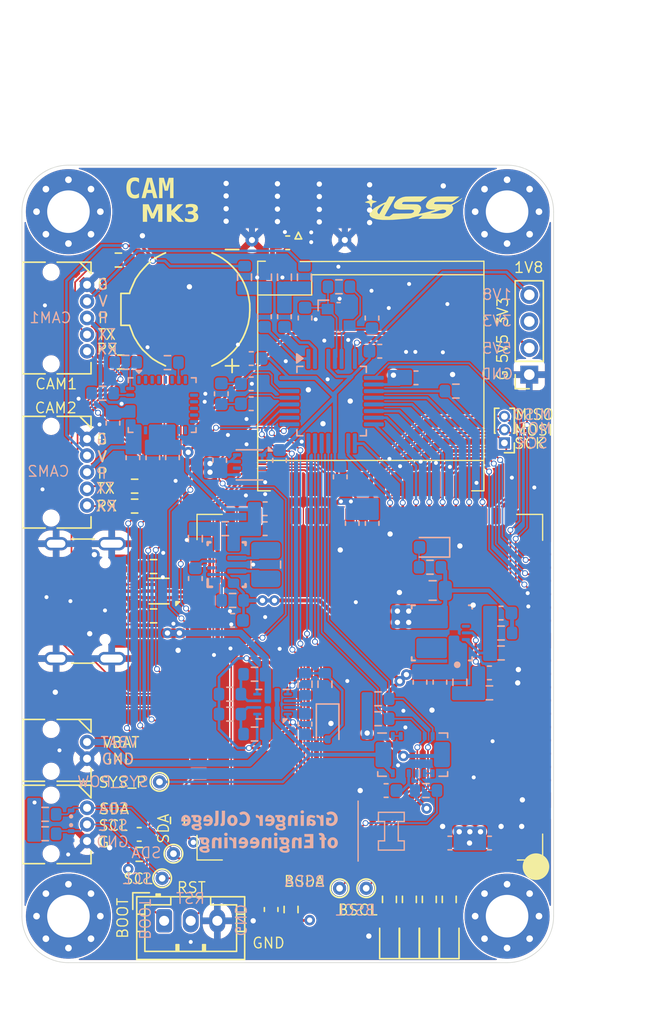
<source format=kicad_pcb>
(kicad_pcb (version 20241229) (generator "pcbnew") (generator_version "9.0")
  (title_block (title "CAM MK3") (date "2025-12-02") (rev "A") (company "Illinois Space Society") (comment 4 "Contributors: Rohan Das, Eddie Tang"))
  (layers (0 "F.Cu" signal) (4 "In1.Cu" signal) (6 "In2.Cu" signal) (2 "B.Cu" signal) (13 "F.Paste" user) (15 "B.Paste" user) (5 "F.SilkS" user "F.Silkscreen") (7 "B.SilkS" user "B.Silkscreen") (1 "F.Mask" user) (3 "B.Mask" user) (25 "Edge.Cuts" user))
  (net 0 "")
  (net 1 "GND")
  (net 2 "/BUZZER")
  (net 3 "+3V3")
  (net 4 "+1V8")
  (net 5 "Net-(U102-AIP1B)")
  (net 6 "Net-(C101-Pad1)")
  (net 7 "Net-(U102-XTAL2)")
  (net 8 "Net-(U102-XTAL1{slash}OSC)")
  (net 9 "Net-(U102-REFP)")
  (net 10 "Net-(U102-REFM)")
  (net 11 "Net-(U102-AIP1A)")
  (net 12 "Net-(C106-Pad1)")
  (net 13 "Net-(J106-In)")
  (net 14 "/Si4463_EN")
  (net 15 "/BOOT_SW")
  (net 16 "+5V5")
  (net 17 "/VREG_IN")
  (net 18 "Net-(U201-VAUX)")
  (net 19 "Net-(U202-EN)")
  (net 20 "Net-(U202-FB)")
  (net 21 "/Power/PMUX_GND")
  (net 22 "Net-(D103-A)")
  (net 23 "/RESET_SW")
  (net 24 "/CAM_2_POW")
  (net 25 "/CAM_1_POW")
  (net 26 "/SDA")
  (net 27 "/SCL")
  (net 28 "Net-(U203-SS)")
  (net 29 "Net-(D104-A)")
  (net 30 "Net-(D105-A)")
  (net 31 "Net-(D102-A)")
  (net 32 "Net-(D202-A)")
  (net 70 "/USB_POWER")
  (net 71 "Net-(J101-CC1)")
  (net 72 "/D+")
  (net 73 "/D-")
  (net 74 "Net-(J101-CC2)")
  (net 76 "/VBAT")
  (net 77 "Net-(J104-Pin_5)")
  (net 78 "/VIDEO_1")
  (net 79 "Net-(J104-Pin_4)")
  (net 80 "/VIDEO_2")
  (net 81 "Net-(J107-Pin_5)")
  (net 82 "Net-(J107-Pin_4)")
  (net 83 "/SPI_MOSI")
  (net 84 "/SPI_SCK")
  (net 85 "/SPI_MISO")
  (net 86 "Net-(U201-L2)")
  (net 87 "Net-(U201-L1)")
  (net 88 "Net-(U101-GPIO36)")
  (net 89 "/YOUT7")
  (net 90 "Net-(U105-EN1)")
  (net 91 "Net-(U105-EN2)")
  (net 92 "Net-(U105-CL)")
  (net 93 "/ON_OFF_1")
  (net 94 "Net-(U201-EN)")
  (net 95 "/SENSE_ALERT")
  (net 96 "/BOARD_SDA")
  (net 97 "/BOARD_SCL")
  (net 98 "Net-(U203-OV1)")
  (net 99 "Net-(U203-OV2)")
  (net 100 "/RX_1")
  (net 101 "/TX_1")
  (net 102 "/RX_2")
  (net 103 "/TX_2")
  (net 104 "Net-(U201-FB)")
  (net 105 "/LED_RED")
  (net 106 "/LED_ORANGE")
  (net 107 "/LED_GREEN")
  (net 108 "/LED_BLUE")
  (net 109 "/ON_OFF_2")
  (net 110 "Net-(U203-ILM)")
  (net 112 "/SYS_POWER")
  (net 113 "/AVID")
  (net 114 "/RESET_VD")
  (net 115 "/HSYNC")
  (net 116 "/PDN")
  (net 117 "/YOUT2")
  (net 118 "/YOUT4")
  (net 119 "/VSYNC")
  (net 120 "/FID{slash}GLCO")
  (net 121 "/YOUT3")
  (net 122 "/SCLK")
  (net 123 "/YOUT5")
  (net 124 "/YOUT6")
  (net 125 "/YOUT0")
  (net 126 "/GPCL{slash}VBLK")
  (net 127 "/YOUT1")
  (net 132 "/Si4463_GPIO0")
  (net 137 "/Si4463_CS")
  (net 140 "/Si4463_nIRQ")
  (net 144 "/USB_D+")
  (net 145 "/Si4463_ANT")
  (net 152 "/USB_D-")
  (net 159 "/Si4463_GPIO1")
  (net 171 "Net-(U106-IN-)")
  (net 172 "Net-(U106-IN+)")
  (footprint "Capacitor_SMD:C_0603_1608Metric" (layer "F.Cu") (at 138.825 120.35 180)
    (property "Reference" "C111" (hide yes))
    (property "Value" "100nF")
  )
  (footprint "Resistor_SMD:R_0603_1608Metric" (layer "F.Cu") (at 139.9 100.2 180)
    (property "Reference" "R112" (hide yes))
    (property "Value" "5.1k")
  )
  (footprint "Resistor_SMD:R_0603_1608Metric" (layer "F.Cu") (at 160.65 125.2375 -90)
    (property "Reference" "R123" (hide yes))
    (property "Value" "470" (hide yes))
  )
  (footprint "Connector_Molex_Micro-Lock-Plus:Molex_Micro-Lock_2200980571_1x05_P1.25mm_Horizontal" (layer "F.Cu") (at 132.65 81.5 -90)
    (property "Reference" "J104" (hide yes))
    (property "Value" "Conn_01x05" (hide yes))
  )
  (footprint "Connector_USB:USB_C_Receptacle_GCT_USB4105-xx-A_16P_TopMnt_Horizontal" (layer "F.Cu") (at 133.65 102.8 -90)
    (property "Reference" "J101" (hide yes))
    (property "Value" "USB4105-GF-A" (hide yes))
  )
  (footprint "Package_DFN_QFN:ST_UQFN-6L_1.5x1.7mm_P0.5mm" (layer "F.Cu") (at 140.3125 102.0425 180)
    (property "Reference" "U104" (hide yes))
    (property "Value" "ECMF02-2AMX6" (hide yes))
  )
  (footprint "Connector_Molex_Micro-Lock-Plus:Molex_Micro-Lock_2200980271_1x02_P1.25mm_Horizontal" (layer "F.Cu") (at 132.9 114.025 -90)
    (property "Reference" "J102" (hide yes))
    (property "Value" "2200980271" (hide yes))
  )
  (footprint "Resistor_SMD:R_0603_1608Metric" (layer "F.Cu") (at 139.9 103.91 180)
    (property "Reference" "R113" (hide yes))
    (property "Value" "5.1k")
  )
  (footprint "Connector_PinSocket_2.00mm:PinSocket_1x04_P2.00mm_Vertical" (layer "F.Cu") (at 168.17 85.76 180)
    (property "Reference" "J111" (hide yes))
    (property "Value" "Conn_01x04")
  )
  (footprint "TestPoint:TestPoint_THTPad_D1.0mm_Drill0.5mm" (layer "F.Cu") (at 140.35 116.4 -90)
    (property "Reference" "TP201" (hide yes))
    (property "Value" "TestPoint" (hide yes))
  )
  (footprint "Resistor_SMD:R_0603_1608Metric" (layer "F.Cu") (at 141.7 119.3 -90)
    (property "Reference" "R106" (hide yes))
    (property "Value" "10K")
  )
  (footprint "LED_SMD:LED_0603_1608Metric" (layer "F.Cu") (at 157.65 128.2125 90)
    (property "Reference" "D102" (hide yes))
    (property "Value" "RED LED" (hide yes))
  )
  (footprint "Resistor_SMD:R_0603_1608Metric" (layer "F.Cu") (at 138.4808 95.65)
    (property "Reference" "R118" (hide yes))
    (property "Value" "220")
  )
  (footprint "Resistor_SMD:R_0603_1608Metric" (layer "F.Cu") (at 137.4394 84.8106)
    (property "Reference" "R116" (hide yes))
    (property "Value" "220")
  )
  (footprint "Connector_Molex_Micro-Lock-Plus:Molex_Micro-Lock_2200980371_1x03_P1.25mm_Horizontal" (layer "F.Cu") (at 132.9 119.6 -90)
    (property "Reference" "J105" (hide yes))
    (property "Value" "Conn_01x03" (hide yes))
  )
  (footprint "MountingHole:MountingHole_3.2mm_M3_Pad_Via" (layer "F.Cu") (at 133.5 126.5)
    (property "Reference" "H103" (hide yes))
    (property "Value" "MountingHole")
  )
  (footprint "LED_SMD:LED_0603_1608Metric" (layer "F.Cu") (at 159.15 128.2125 90)
    (property "Reference" "D103" (hide yes))
    (property "Value" "ORANGE LED" (hide yes))
  )
  (footprint "Resistor_SMD:R_0603_1608Metric" (layer "F.Cu") (at 157.65 125.2375 -90)
    (property "Reference" "R121" (hide yes))
    (property "Value" "470" (hide yes))
  )
  (footprint "LED_SMD:LED_0603_1608Metric" (layer "F.Cu") (at 160.65 128.2125 90)
    (property "Reference" "D104" (hide yes))
    (property "Value" "GREEN LED" (hide yes))
  )
  (footprint "Connector_JST:JST_PH_B3B-PH-K_1x03_P2.00mm_Vertical" (layer "F.Cu") (at 140.7 126.85)
    (property "Reference" "J108" (hide yes))
    (property "Value" "Conn_01x03" (hide yes))
  )
  (footprint "MCU_ESP32:ESP32-P4-Module" (layer "F.Cu") (at 156.175 109.275 180)
    (property "Reference" "U101" (hide yes))
    (property "Value" "ESP32-P4-Module" (hide yes))
  )
  (footprint "Resistor_SMD:R_0603_1608Metric" (layer "F.Cu") (at 159.15 125.2375 -90)
    (property "Reference" "R122" (hide yes))
    (property "Value" "470" (hide yes))
  )
  (footprint "Resistor_SMD:R_0603_1608Metric" (layer "F.Cu") (at 138.825 121.85 180)
    (property "Reference" "R107" (hide yes))
    (property "Value" "10K")
  )
  (footprint "Connector_PinHeader_1.00mm:PinHeader_1x03_P1.00mm_Vertical" (layer "F.Cu") (at 166.3 90.9 180)
    (property "Reference" "J103" (hide yes))
    (property "Value" "Conn_01x03" (hide yes))
  )
  (footprint "TestPoint:TestPoint_THTPad_D1.0mm_Drill0.5mm" (layer "F.Cu") (at 140.55 123.65 -90)
    (property "Reference" "TP101" (hide yes))
    (property "Value" "TestPoint" (hide yes))
  )
  (footprint "MountingHole:MountingHole_3.2mm_M3_Pad_Via" (layer "F.Cu") (at 166.5 73.5)
    (property "Reference" "H102" (hide yes))
    (property "Value" "MountingHole")
  )
  (footprint "MountingHole:MountingHole_3.2mm_M3_Pad_Via" (layer "F.Cu") (at 133.5 73.5)
    (property "Reference" "H101" (hide yes))
    (property "Value" "MountingHole")
  )
  (footprint "Connector_Coaxial:SMA_Molex_73251-2120_EdgeMount_Horizontal" (layer "F.Cu") (at 150.8 72.65 90)
    (property "Reference" "J106" (hide yes))
    (property "Value" "SMA" (hide yes))
  )
  (footprint "TestPoint:TestPoint_THTPad_D1.0mm_Drill0.5mm" (layer "F.Cu") (at 141.4 121.8 -90)
    (property "Reference" "TP102" (hide yes))
    (property "Value" "TestPoint" (hide yes))
  )
  (footprint "LED_SMD:LED_0603_1608Metric" (layer "F.Cu") (at 162.15 128.2125 90)
    (property "Reference" "D105" (hide yes))
    (property "Value" "BLUE LED" (hide yes))
  )
  (footprint "Resistor_SMD:R_0603_1608Metric" (layer "F.Cu") (at 138.4808 94.15)
    (property "Reference" "R119" (hide yes))
    (property "Value" "220")
  )
  (footprint "TestPoint:TestPoint_THTPad_D1.0mm_Drill0.5mm" (layer "F.Cu") (at 153.9 124.4 -90)
    (property "Reference" "TP104" (hide yes))
    (property "Value" "TestPoint" (hide yes))
  )
  (footprint "Resistor_SMD:R_0603_1608Metric" (layer "F.Cu") (at 137.2616 77.1398)
    (property "Reference" "R117" (hide yes))
    (property "Value" "220")
  )
  (footprint "RF_Module_NiceRF:RF4463PRO" (layer "F.Cu") (at 156.515 85.325 90)
    (property "Reference" "U103" (hide yes))
    (property "Value" "RF4463PRO" (hide yes))
  )
  (footprint "Logos_ISS:ISS_LOGO_even more extreme small" (layer "F.Cu") (at 159.7 73.3)
    (property "Reference" "G***" (hide yes))
    (property "Value" "LOGO" (hide yes))
  )
  (footprint "Resistor_SMD:R_0603_1608Metric" (layer "F.Cu") (at 150.25 126 -90)
    (property "Reference" "R126" (hide yes))
    (property "Value" "20k")
  )
  (footprint "Capacitor_SMD:C_0603_1608Metric" (layer "F.Cu") (at 149.99694 75.839525 180)
    (property "Reference" "C122" (hide yes))
    (property "Value" "100pF" (hide yes))
  )
  (footprint "MountingHole:MountingHole_3.2mm_M3_Pad_Via" (layer "F.Cu") (at 166.5 126.5)
    (property "Reference" "H104" (hide yes))
    (property "Value" "MountingHole")
  )
  (footprint "Connector_Molex_Micro-Lock-Plus:Molex_Micro-Lock_2200980571_1x05_P1.25mm_Horizontal" (layer "F.Cu") (at 132.65 93.1 -90)
    (property "Reference" "J107" (hide yes))
    (property "Value" "Conn_01x05" (hide yes))
  )
  (footprint "TestPoint:TestPoint_THTPad_D1.0mm_Drill0.5mm" (layer "F.Cu") (at 155.9 124.4 -90)
    (property "Reference" "TP103" (hide yes))
    (property "Value" "TestPoint" (hide yes))
  )
  (footprint "Capacitor_SMD:C_0603_1608Metric" (layer "F.Cu") (at 148.75 126 -90)
    (property "Reference" "C123" (hide yes))
    (property "Value" "1uF")
  )
  (footprint "Buzzer:Buzzer_SMTB-0927-TW-R" (layer "F.Cu") (at 142.55 80.85 180)
    (property "Reference" "BZ101" (hide yes))
    (property "Value" "Buzzer" (hide yes))
  )
  (footprint "Resistor_SMD:R_0603_1608Metric" (layer "F.Cu") (at 162.15 125.2375 -90)
    (property "Reference" "R124" (hide yes))
    (property "Value" "470" (hide yes))
  )
  (footprint "Resistor_SMD:R_0603_1608Metric" (layer "B.Cu") (at 162.95 108.9 -90)
    (property "Reference" "R202" (hide yes))
    (property "Value" "22.1k")
  )
  (footprint "LED_SMD:LED_0603_1608Metric" (layer "B.Cu") (at 160.7 98.75 180)
    (property "Reference" "D202" (hide yes))
    (property "Value" "RED LED" (hide yes))
  )
  (footprint "Capacitor_SMD:C_0603_1608Metric" (layer "B.Cu") (at 145.85 104.25 180)
    (property "Reference" "C202" (hide yes))
    (property "Value" "10uF")
  )
  (footprint "Resistor_SMD:R_0603_1608Metric" (layer "B.Cu") (at 143.05 98.1 -90)
    (property "Reference" "R210" (hide yes))
    (property "Value" "100k")
  )
  (footprint "Inductor_SMD:L_1008_2520Metric" (layer "B.Cu") (at 148.35 100.05 90)
    (property "Reference" "L201" (hide yes))
    (property "Value" "1.5uH" (hide yes))
  )
  (footprint "Capacitor_SMD:C_0603_1608Metric" (layer "B.Cu") (at 149.380442 92.208514 -90)
    (property "Reference" "C212" (hide yes))
    (property "Value" "1uF" (hide yes))
  )
  (footprint "Capacitor_SMD:C_0603_1608Metric" (layer "B.Cu") (at 143.05 101.1 -90)
    (property "Reference" "C204" (hide yes))
    (property "Value" "100nF")
  )
  (footprint "Capacitor_SMD:C_0603_1608Metric" (layer "B.Cu") (at 138.35 92.0075 -90)
    (property "Reference" "C119" (hide yes))
    (property "Value" "22nF" (hide yes))
  )
  (footprint "Resistor_SMD:R_0603_1608Metric" (layer "B.Cu") (at 145.65 109.8 180)
    (property "Reference" "R205" (hide yes))
    (property "Value" "5.1k")
  )
  (footprint "Capacitor_SMD:C_0603_1608Metric" (layer "B.Cu") (at 166.05 103.7 180)
    (property "Reference" "C206" (hide yes))
    (property "Value" "22pF")
  )
  (footprint "Resistor_SMD:R_0603_1608Metric" (layer "B.Cu") (at 166.05 105.2 180)
    (property "Reference" "R211" (hide yes))
    (property "Value" "135k")
  )
  (footprint "Capacitor_SMD:C_0603_1608Metric" (layer "B.Cu") (at 151.3 81.5 90)
    (property "Reference" "C103" (hide yes))
    (property "Value" "19pF" (hide yes))
  )
  (footprint "Capacitor_SMD:C_0603_1608Metric" (layer "B.Cu") (at 147.25 86.45 180)
    (property "Reference" "C105" (hide yes))
    (property "Value" "1uF")
  )
  (footprint "Resistor_SMD:R_0603_1608Metric" (layer "B.Cu") (at 165.175 109.7)
    (property "Reference" "R203" (hide yes))
    (property "Value" "10k")
  )
  (footprint "Resistor_SMD:R_0603_1608Metric" (layer "B.Cu") (at 140.95 84.8575 180)
    (property "Reference" "R111" (hide yes))
    (property "Value" "680")
  )
  (footprint "Capacitor_SMD:C_0603_1608Metric" (layer "B.Cu") (at 156.925 84 180)
    (property "Reference" "C114" (hide yes))
    (property "Value" "100nF")
  )
  (footprint "Capacitor_SMD:C_0603_1608Metric" (layer "B.Cu") (at 144.880442 92.208514 90)
    (property "Reference" "C211" (hide yes))
    (property "Value" "1uF" (hide yes))
  )
  (footprint "Resistor_SMD:R_0603_1608Metric" (layer "B.Cu") (at 151.25 78.430372 -90)
    (property "Reference" "R102" (hide yes))
    (property "Value" "37.4")
  )
  (footprint "Resistor_SMD:R_0603_1608Metric" (layer "B.Cu") (at 148.25 78.430372 -90)
    (property "Reference" "R103" (hide yes))
    (property "Value" "37.4")
  )
  (footprint "Capacitor_SMD:C_0603_1608Metric" (layer "B.Cu") (at 156.35 96.95 -90)
    (property "Reference" "C116" (hide yes))
    (property "Value" "100nF" (hide yes))
  )
  (footprint "Resistor_SMD:R_0603_1608Metric" (layer "B.Cu") (at 160.7 100.25 180)
    (property "Reference" "R214" (hide yes))
    (property "Value" "470")
  )
  (footprint "Capacitor_SMD:C_0603_1608Metric" (layer "B.Cu") (at 159.95 108.9 -90)
    (property "Reference" "C201" (hide yes))
    (property "Value" "10uF")
  )
  (footprint "Resistor_SMD:R_0603_1608Metric" (layer "B.Cu") (at 147.5 108.3 180)
    (property "Reference" "R204" (hide yes))
    (property "Value" "19.6k")
  )
  (footprint "Package_WQFN:WQFN-RLH0028A" (layer "B.Cu") (at 140.55 88.05 -90)
    (property "Reference" "U105" (hide yes))
    (property "Value" "TPS274160B" (hide yes))
  )
  (footprint "Resistor_SMD:R_0603_1608Metric" (layer "B.Cu") (at 136.075 87.1575)
    (property "Reference" "R109" (hide yes))
    (property "Value" "10k")
  )
  (footprint "Package_QFN:QFN-FCMOD-RDX0007A" (layer "B.Cu") (at 161.5 105.187499 90)
    (property "Reference" "U202" (hide yes))
    (property "Value" "TPSM863252" (hide yes))
  )
  (footprint "Capacitor_SMD:C_0603_1608Metric" (layer "B.Cu") (at 157.400001 117.05 180)
    (property "Reference" "C121" (hide yes))
    (property "Value" "100nF" (hide yes))
  )
  (footprint "Resistor_SMD:R_0603_1608Metric" (layer "B.Cu") (at 146.75 78.425 -90)
    (property "Reference" "R104" (hide yes))
    (property "Value" "37.4")
  )
  (footprint "memes:Grainger_smaller" (layer "B.Cu") (at 151.420035 119.791482)
    (property "Reference" "G***" (hide yes))
    (property "Value" "LOGO" (hide yes))
  )
  (footprint "Capacitor_SMD:C_0603_1608Metric" (layer "B.Cu") (at 136.85 89.4075 -90)
    (property "Reference" "C120" (hide yes))
    (property "Value" "22nF")
  )
  (footprint "Package_SON:Texas_DPY0002A_0.6x1mm_P0.65mm" (layer "B.Cu") (at 133.7 118.2 90)
    (property "Reference" "D101" (hide yes))
    (property "Value" "ESD321")
  )
  (footprint "Resistor_SMD:R_0603_1608Metric" (layer "B.Cu") (at 137.8072 84.836)
    (property "Reference" "R110" (hide yes))
    (property "Value" "10k")
  )
  (footprint "Resistor_SMD:R_0603_1608Metric" (layer "B.Cu") (at 145.65 111.3 180)
    (property "Reference" "R207" (hide yes))
    (property "Value" "5.1k")
  )
  (footprint "Diode_SMD:D_SOD-323" (layer "B.Cu") (at 153 112.15 -90)
    (property "Reference" "D201" (hide yes))
    (property "Value" "BAS416" (hide yes))
  )
  (footprint "Capacitor_SMD:C_0603_1608Metric" (layer "B.Cu") (at 145 87.2 90)
    (property "Reference" "C107" (hide yes))
    (property "Value" "1uF")
  )
  (footprint "Package_SON:Texas_DSG0008A_WSON-8-1EP_2x2mm_P0.5mm_EP0.9x1.6mm" (layer "B.Cu") (at 147.125001 92.55 180)
    (property "Reference" "U204" (hide yes))
    (property "Value" "TPS7A21-Q1" (hide yes))
  )
  (footprint "Capacitor_SMD:C_0603_1608Metric" (layer "B.Cu") (at 153.95 93.45 90)
    (property "Reference" "C109" (hide yes))
    (property "Value" "100nF")
  )
  (footprint "Capacitor_SMD:C_0603_1608Metric" (layer "B.Cu") (at 139.85 92.0075 -90)
    (property "Reference" "C117" (hide yes))
    (property "Value" "100nF")
  )
  (footprint "Resistor_SMD:R_0603_1608Metric" (layer "B.Cu") (at 147.5 112.8 180)
    (property "Reference" "R206" (hide yes))
    (property "Value" "39k")
  )
  (footprint "Crystal:Crystal_SMD_Abracon_ABM10-4Pin_2.5x2.0mm" (layer "B.Cu") (at 153.825 81.45 -90)
    (property "Reference" "Y101" (hide yes))
    (property "Value" "ABM10" (hide yes))
  )
  (footprint "Resistor_SMD:R_0603_1608Metric" (layer "B.Cu") (at 131.75 120.3)
    (property "Reference" "R127" (hide yes))
    (property "Value" "2.2k")
  )
  (footprint "Capacitor_SMD:C_0603_1608Metric" (layer "B.Cu") (at 162.2 121 180)
    (property "Reference" "C110" (hide yes))
    (property "Value" "100nF")
  )
  (footprint "Capacitor_SMD:C_0603_1608Metric" (layer "B.Cu") (at 147.25 87.95 180)
    (property "Reference" "C104" (hide yes))
    (property "Value" "1uF")
  )
  (footprint "Capacitor_SMD:C_0603_1608Metric" (layer "B.Cu") (at 148.3 95.85)
    (property "Reference" "C207" (hide yes))
    (property "Value" "47uF")
  )
  (footprint "Resistor_SMD:R_0603_1608Metric" (layer "B.Cu") (at 166.05 106.7)
    (property "Reference" "R212" (hide yes))
    (property "Value" "30k")
  )
  (footprint "Capacitor_SMD:C_0603_1608Metric" (layer "B.Cu") (at 154.85 96.95 -90)
    (property "Reference" "C115" (hide yes))
    (property "Value" "1uF")
  )
  (footprint "Package_VQFN:VQFN-RNM0015A" (layer "B.Cu") (at 145.4 100.05)
    (property "Reference" "U201" (hide yes))
    (property "Value" "TPS63070" (hide yes))
  )
  (footprint "Resistor_SMD:R_0603_1608Metric" (layer "B.Cu") (at 149.75 78.430372 -90)
    (property "Reference" "R101" (hide yes))
    (property "Value" "37.4")
  )
  (footprint "Capacitor_SMD:C_0603_1608Metric" (layer "B.Cu") (at 165.175 108.2)
    (property "Reference" "C205" (hide yes))
    (property "Value" "10nF")
  )
  (footprint "Resistor_SMD:R_0603_1608Metric" (layer "B.Cu") (at 153.85 79.15)
    (property "Reference" "R105" (hide yes))
    (property "Value" "100k")
  )
  (footprint "Resistor_SMD:R_0603_1608Metric" (layer "B.Cu") (at 162.65 87 180)
    (property "Reference" "R108" (hide yes))
    (property "Value" "10k")
  )
  (footprint "Package_QFP:LQFP-32_5x5mm_P0.5mm" (layer "B.Cu") (at 153.3 87.75 -90)
    (property "Reference" "U102" (hide yes))
    (property "Value" "TVP5151")
  )
  (footprint "Package_DFN_QFN:Texas_VQFN-HR-12_2x2.5mm_P0.5mm" (layer "B.Cu") (at 148.85 110.55 90)
    (property "Reference" "U203" (hide yes))
    (property "Value" "TPS2121" (hide yes))
  )
  (footprint "Package_VQFN:VQFN-REL0014B" (layer "B.Cu") (at 159.4 114.35 -90)
    (property "Reference" "U106" (hide yes))
    (property "Value" "INA745x" (hide yes))
  )
  (footprint "Resistor_SMD:R_0603_1608Metric" (layer "B.Cu") (at 156.8 110.15)
    (property "Reference" "R115" (hide yes))
    (property "Value" "4.7k")
  )
  (footprint "Capacitor_SMD:C_0603_1608Metric" (layer "B.Cu") (at 151.3 112.05 90)
    (property "Reference" "C210" (hide yes))
    (property "Value" "1uF")
  )
  (footprint "Capacitor_SMD:C_0805_2012Metric" (layer "B.Cu") (at 160.9 102 180)
    (property "Reference" "C209" (hide yes))
    (property "Value" "33uF" (hide yes))
  )
  (footprint "Resistor_SMD:R_0603_1608Metric" (layer "B.Cu") (at 131.75 118.840122 180)
    (property "Reference" "R125" (hide yes))
    (property "Value" "2.2k")
  )
  (footprint "Resistor_SMD:R_0603_1608Metric" (layer "B.Cu") (at 160.400001 117.05)
    (property "Reference" "R120" (hide yes))
    (property "Value" "10k")
  )
  (footprint "Resistor_SMD:R_0603_1608Metric" (layer "B.Cu") (at 145.85 102.75 180)
    (property "Reference" "R201" (hide yes))
    (property "Value" "10k")
  )
  (footprint "Capacitor_SMD:C_0603_1608Metric" (layer "B.Cu") (at 161.45 108.9 -90)
    (property "Reference" "C203" (hide yes))
    (property "Value" "100nF" (hide yes))
  )
  (footprint "Capacitor_SMD:C_0603_1608Metric" (layer "B.Cu") (at 149.75 81.4 -90)
    (property "Reference" "C101" (hide yes))
    (property "Value" "100nF")
  )
  (footprint "Package_SON:Texas_DPY0002A_0.6x1mm_P0.65mm" (layer "B.Cu") (at 133.7 120.45 -90)
    (property "Reference" "D106" (hide yes))
    (property "Value" "ESD321")
  )
  (footprint "Capacitor_SMD:C_0603_1608Metric" (layer "B.Cu") (at 165.175 121)
    (property "Reference" "C113" (hide yes))
    (property "Value" "22uF")
  )
  (footprint "Resistor_SMD:R_0603_1608Metric" (layer "B.Cu") (at 145.3 97.35 180)
    (property "Reference" "R209" (hide yes))
    (property "Value" "590k")
  )
  (footprint "Capacitor_SMD:C_0603_1608Metric" (layer "B.Cu") (at 159.65 86)
    (property "Reference" "C108" (hide yes))
    (property "Value" "100nF")
  )
  (footprint "Capacitor_SMD:C_0603_1608Metric" (layer "B.Cu") (at 148.25 81.396917 -90)
    (property "Reference" "C106" (hide yes))
    (property "Value" "100nF")
  )
  (footprint "Capacitor_SMD:C_0603_1608Metric" (layer "B.Cu") (at 141.329349 92.0075 -90)
    (property "Reference" "C118" (hide yes))
    (property "Value" "100nF")
  )
  (footprint "Resistor_SMD:R_0603_1608Metric" (layer "B.Cu") (at 152.8 109.05 -90)
    (property "Reference" "R208" (hide yes))
    (property "Value" "0" (hide yes))
  )
  (footprint "Capacitor_SMD:C_0603_1608Metric" (layer "B.Cu") (at 156.34022 81.5 -90)
    (property "Reference" "C102" (hide yes))
    (property "Value" "19pF" (hide yes))
  )
  (footprint "Resistor_SMD:R_0603_1608Metric" (layer "B.Cu") (at 151.3 109.05 -90)
    (property "Reference" "R213" (hide yes))
    (property "Value" "21.5k")
  )
  (footprint "Capacitor_SMD:C_0603_1608Metric" (layer "B.Cu") (at 147.25 84.55)
    (property "Reference" "C112" (hide yes))
    (property "Value" "100nF")
  )
  (footprint "Capacitor_SMD:C_0603_1608Metric" (layer "B.Cu") (at 148.3 97.35)
    (property "Reference" "C208" (hide yes))
    (property "Value" "10uF")
  )
  (footprint "Resistor_SMD:R_0603_1608Metric" (layer "B.Cu") (at 156.8 111.65)
    (property "Reference" "R114" (hide yes))
    (property "Value" "4.7k")
  )
  (gr_line (start 170 73.5) (end 170 126.5) (stroke (width 0.05)) (layer "Edge.Cuts"))
  (gr_arc (start 170 126.5) (mid 168.974874 128.974874) (end 166.5 130) (stroke (width 0.05)) (layer "Edge.Cuts"))
  (gr_arc (start 130 73.5) (mid 131.025126 71.025126) (end 133.5 70) (stroke (width 0.05)) (layer "Edge.Cuts"))
  (gr_arc (start 166.5 70) (mid 168.974874 71.025126) (end 170 73.5) (stroke (width 0.05)) (layer "Edge.Cuts"))
  (gr_line (start 133.5 70) (end 166.5 70) (stroke (width 0.05)) (layer "Edge.Cuts"))
  (gr_line (start 166.5 130) (end 133.5 130) (stroke (width 0.05)) (layer "Edge.Cuts"))
  (gr_arc (start 133.5 130) (mid 131.025126 128.974874) (end 130 126.5) (stroke (width 0.05)) (layer "Edge.Cuts"))
  (gr_line (start 130 126.5) (end 130 73.5) (stroke (width 0.05)) (layer "Edge.Cuts"))
  (gr_text "SYS_P" (at 135.7 116.9 0) (layer "F.SilkS") (effects (font (size 0.8 0.8) (thickness 0.1)) (justify left bottom)))
  (gr_text "BSDA" (at 149.65 124.35 0) (layer "F.SilkS") (effects (font (size 0.8 0.8) (thickness 0.1)) (justify left bottom)))
  (gr_text "G" (at 135.5598 91.0844 0) (layer "F.SilkS") (effects (font (size 0.8 0.8) (thickness 0.1)) (justify left bottom)))
  (gr_text "CAM\n" (at 139.5984 71.8566 0) (layer "F.SilkS") (effects (font (size 1.5 1.5) (thickness 0.3) (bold yes))))
  (gr_text "G" (at 135.6106 79.4258 0) (layer "F.SilkS") (effects (font (size 0.8 0.8) (thickness 0.1)) (justify left bottom)))
  (gr_text "CAM2" (at 130.9 88.73 0) (layer "F.SilkS") (effects (font (size 0.8 0.8) (thickness 0.1)) (justify left bottom)))
  (gr_text "SDA" (at 135.75 118.9 0) (layer "F.SilkS") (effects (font (size 0.8 0.8) (thickness 0.1)) (justify left bottom)))
  (gr_text "BSCL" (at 153.7 126.5 0) (layer "F.SilkS") (effects (font (size 0.8 0.8) (thickness 0.1)) (justify left bottom)))
  (gr_text "P" (at 135.6 93.65 0) (layer "F.SilkS") (effects (font (size 0.8 0.8) (thickness 0.1)) (justify left bottom)))
  (gr_text "GND" (at 135.95 115.15 0) (layer "F.SilkS") (effects (font (size 0.8 0.8) (thickness 0.1)) (justify left bottom)))
  (gr_text "G" (at 135.7 121.4 0) (layer "F.SilkS") (effects (font (size 0.8 0.8) (thickness 0.1)) (justify left bottom)))
  (gr_text "RX" (at 135.5598 84.3026 0) (layer "F.SilkS") (effects (font (size 0.8 0.8) (thickness 0.1)) (justify left bottom)))
  (gr_text "RX" (at 135.5344 96.1136 0) (layer "F.SilkS") (effects (font (size 0.8 0.8) (thickness 0.1)) (justify left bottom)))
  (gr_text "BOOT" (at 138.05 128.26 90) (layer "F.SilkS") (effects (font (size 0.8 0.8) (thickness 0.1)) (justify left bottom)))
  (gr_text "SDA" (at 141.12 121.11 90) (layer "F.SilkS") (effects (font (size 0.8 0.8) (thickness 0.1)) (justify left bottom)))
  (gr_text "SCL" (at 137.5664 124.1552 0) (layer "F.SilkS") (effects (font (size 0.8 0.8) (thickness 0.1)) (justify left bottom)))
  (gr_text "V" (at 135.65 92.4 0) (layer "F.SilkS") (effects (font (size 0.8 0.8) (thickness 0.1)) (justify left bottom)))
  (gr_text "1V8" (at 166.96 78.17 0) (layer "F.SilkS") (effects (font (size 0.8 0.8) (thickness 0.1)) (justify left bottom)))
  (gr_text "MISO" (at 167.045 89.2275 0) (layer "F.SilkS") (effects (font (size 0.8 0.8) (thickness 0.1)) (justify left bottom)))
  (gr_text "P" (at 135.65 81.95 0) (layer "F.SilkS") (effects (font (size 0.8 0.8) (thickness 0.1)) (justify left bottom)))
  (gr_text "GND" (at 147.27 128.99 0) (layer "F.SilkS") (effects (font (size 0.8 0.8) (thickness 0.1)) (justify left bottom)))
  (gr_text "RST" (at 141.6 124.8156 0) (layer "F.SilkS") (effects (font (size 0.8 0.8) (thickness 0.1)) (justify left bottom)))
  (gr_text "5V5" (at 166.62 84.98 90) (layer "F.SilkS") (effects (font (size 0.8 0.8) (thickness 0.1)) (justify left bottom)))
  (gr_text "TX" (at 135.63 83.21 0) (layer "F.SilkS") (effects (font (size 0.8 0.8) (thickness 0.1)) (justify left bottom)))
  (gr_text "TX" (at 135.5544 94.7928 0) (layer "F.SilkS") (effects (font (size 0.8 0.8) (thickness 0.1)) (justify left bottom)))
  (gr_text "3V3" (at 166.64 82.19 90) (layer "F.SilkS") (effects (font (size 0.8 0.8) (thickness 0.1)) (justify left bottom)))
  (gr_text "CAM1" (at 130.94 86.93 0) (layer "F.SilkS") (effects (font (size 0.8 0.8) (thickness 0.1)) (justify left bottom)))
  (gr_text "V" (at 135.7 80.7 0) (layer "F.SilkS") (effects (font (size 0.8 0.8) (thickness 0.1)) (justify left bottom)))
  (gr_text "VBAT" (at 136 113.9 0) (layer "F.SilkS") (effects (font (size 0.8 0.8) (thickness 0.1)) (justify left bottom)))
  (gr_text "MK3" (at 138.9284 74.4866 0) (layer "F.SilkS") (effects (font (size 1.3 1.3) (thickness 0.25) (bold yes)) (justify left bottom)))
  (gr_text "SCK" (at 166.97 91.4 0) (layer "F.SilkS") (effects (font (size 0.8 0.8) (thickness 0.1)) (justify left bottom)))
  (gr_text "MOSI" (at 166.99 90.41 0) (layer "F.SilkS") (effects (font (size 0.8 0.8) (thickness 0.1)) (justify left bottom)))
  (gr_text "SCL" (at 135.7 120.15 0) (layer "F.SilkS") (effects (font (size 0.8 0.8) (thickness 0.1)) (justify left bottom)))
  (gr_text "G" (at 166.62 86.27 90) (layer "F.SilkS") (effects (font (size 0.8 0.8) (thickness 0.1)) (justify left bottom)))
  (gr_text "V" (at 136.5 80.7 0) (layer "B.SilkS") (effects (font (size 0.8 0.8) (thickness 0.1)) (justify left bottom mirror)))
  (gr_text "BOOT" (at 138.75 128.34 270) (layer "B.SilkS") (effects (font (size 0.8 0.8) (thickness 0.1)) (justify left bottom mirror)))
  (gr_text "RX" (at 137.18 96.13 0) (layer "B.SilkS") (effects (font (size 0.8 0.8) (thickness 0.1)) (justify left bottom mirror)))
  (gr_text "RST" (at 143.83 125.64 0) (layer "B.SilkS") (effects (font (size 0.8 0.8) (thickness 0.1)) (justify left bottom mirror)))
  (gr_text "G" (at 136.4742 91.0844 0) (layer "B.SilkS") (effects (font (size 0.8 0.8) (thickness 0.1)) (justify left bottom mirror)))
  (gr_text "SCL" (at 139.85 124.15 0) (layer "B.SilkS") (effects (font (size 0.8 0.8) (thickness 0.1)) (justify left bottom mirror)))
  (gr_text "GND" (at 167.024286 86.18 0) (layer "B.SilkS") (effects (font (size 0.8 0.8) (thickness 0.1)) (justify left bottom mirror)))
  (gr_text "SYS_POW" (at 139.6 116.85 0) (layer "B.SilkS") (effects (font (size 0.8 0.8) (thickness 0.1)) (justify left bottom mirror)))
  (gr_text "BSDA" (at 152.8826 124.3584 0) (layer "B.SilkS") (effects (font (size 0.8 0.8) (thickness 0.1)) (justify left bottom mirror)))
  (gr_text "SDA" (at 138.11 118.87 0) (layer "B.SilkS") (effects (font (size 0.8 0.8) (thickness 0.1)) (justify left bottom mirror)))
  (gr_text "GND" (at 138.1 121.38 0) (layer "B.SilkS") (effects (font (size 0.8 0.8) (thickness 0.1)) (justify left bottom mirror)))
  (gr_text "5V5" (at 166.91 84.25 0) (layer "B.SilkS") (effects (font (size 0.8 0.8) (thickness 0.1)) (justify left bottom mirror)))
  (gr_text "SDA" (at 140.55 122.2 0) (layer "B.SilkS") (effects (font (size 0.8 0.8) (thickness 0.1)) (justify left bottom mirror)))
  (gr_text "TX" (at 137.12 83.21 0) (layer "B.SilkS") (effects (font (size 0.8 0.8) (thickness 0.1)) (justify left bottom mirror)))
  (gr_text "SCK" (at 169.63 91.37 0) (layer "B.SilkS") (effects (font (size 0.8 0.8) (thickness 0.1)) (justify left bottom mirror)))
  (gr_text "TX" (at 137.01 94.77 0) (layer "B.SilkS") (effects (font (size 0.8 0.8) (thickness 0.1)) (justify left bottom mirror)))
  (gr_text "V" (at 136.42 92.39 0) (layer "B.SilkS") (effects (font (size 0.8 0.8) (thickness 0.1)) (justify left bottom mirror)))
  (gr_text "GND" (at 138.49 115.15 0) (layer "B.SilkS") (effects (font (size 0.8 0.8) (thickness 0.1)) (justify left bottom mirror)))
  (gr_text "CAM2" (at 133.64 93.5 0) (layer "B.SilkS") (effects (font (size 0.8 0.8) (thickness 0.1)) (justify left bottom mirror)))
  (gr_text "P" (at 136.54 81.95 0) (layer "B.SilkS") (effects (font (size 0.8 0.8) (thickness 0.1)) (justify left bottom mirror)))
  (gr_text "1V8" (at 166.91 80.2 0) (layer "B.SilkS") (effects (font (size 0.8 0.8) (thickness 0.1)) (justify left bottom mirror)))
  (gr_text "VBAT" (at 138.76 113.89 0) (layer "B.SilkS") (effects (font (size 0.8 0.8) (thickness 0.1)) (justify left bottom mirror)))
  (gr_text "MOSI" (at 169.9 90.27 0) (layer "B.SilkS") (effects (font (size 0.8 0.8) (thickness 0.1)) (justify left bottom mirror)))
  (gr_text "G" (at 136.5504 79.45 0) (layer "B.SilkS") (effects (font (size 0.8 0.8) (thickness 0.1)) (justify left bottom mirror)))
  (gr_text "3V3" (at 166.91 82.19 0) (layer "B.SilkS") (effects (font (size 0.8 0.8) (thickness 0.1)) (justify left bottom mirror)))
  (gr_text "SCL" (at 138.03 120.13 0) (layer "B.SilkS") (effects (font (size 0.8 0.8) (thickness 0.1)) (justify left bottom mirror)))
  (gr_text "CAM1" (at 133.79 81.95 0) (layer "B.SilkS") (effects (font (size 0.8 0.8) (thickness 0.1)) (justify left bottom mirror)))
  (gr_text "P" (at 136.44 93.66 0) (layer "B.SilkS") (effects (font (size 0.8 0.8) (thickness 0.1)) (justify left bottom mirror)))
  (gr_text "BSCL" (at 156.6672 126.5174 0) (layer "B.SilkS") (effects (font (size 0.8 0.8) (thickness 0.1)) (justify left bottom mirror)))
  (gr_text "RX" (at 137.2616 84.3026 0) (layer "B.SilkS") (effects (font (size 0.8 0.8) (thickness 0.1)) (justify left bottom mirror)))
  (gr_text "GND" (at 145.97 128.09 270) (layer "B.SilkS") (effects (font (size 0.8 0.8) (thickness 0.1)) (justify left bottom mirror)))
  (gr_text "MISO" (at 169.91 89.23 0) (layer "B.SilkS") (effects (font (size 0.8 0.8) (thickness 0.1)) (justify left bottom mirror)))
  (segment (start 141 101.5425) (end 141.4075 101.5425) (width 0.2) (layer "F.Cu") (net 1))
  (segment (start 141.4075 101.5425) (end 142.15 100.8) (width 0.2) (layer "F.Cu") (net 1))
  (segment (start 142.15 100.8) (end 143.275 100.8) (width 0.2) (layer "F.Cu") (net 1))
  (segment (start 143.275 100.8) (end 143.3 100.775) (width 0.2) (layer "F.Cu") (net 1))
  (via (at 163.99 116.06) (size 0.45) (drill 0.3) (layers "F.Cu" "B.Cu") (net 1))
  (via (at 153.9 80.05) (size 0.45) (drill 0.3) (layers "F.Cu" "B.Cu") (net 1))
  (via (at 135.1 105.25) (size 0.8) (drill 0.4) (layers "F.Cu" "B.Cu") (net 1))
  (via (at 148.3 94.75) (size 0.45) (drill 0.3) (layers "F.Cu" "B.Cu") (net 1))
  (via (at 145.3642 71.374) (size 0.8) (drill 0.4) (layers "F.Cu" "B.Cu") (net 1))
  (via (at 149.225 74.2442) (size 0.8) (drill 0.4) (layers "F.Cu" "B.Cu") (net 1))
  (via (at 156.1 128) (size 0.8) (drill 0.4) (layers "F.Cu" "B.Cu") (net 1))
  (via (at 139.45 83.7) (size 0.45) (drill 0.3) (layers "F.Cu" "B.Cu") (net 1))
  (via (at 135.8392 89.5096) (size 0.45) (drill 0.3) (layers "F.Cu" "B.Cu") (net 1))
  (via (at 152.3746 73.3298) (size 0.8) (drill 0.4) (layers "F.Cu" "B.Cu") (net 1))
  (via (at 142.7 128.44) (size 0.45) (drill 0.3) (layers "F.Cu" "B.Cu") (net 1))
  (via (at 166.05 119.75) (size 0.8) (drill 0.4) (layers "F.Cu" "B.Cu") (net 1))
  (via (at 145.5 90.3) (size 0.45) (drill 0.3) (layers "F.Cu" "B.Cu") (net 1))
  (via (at 146.9 91) (size 0.45) (drill 0.3) (layers "F.Cu" "B.Cu") (net 1))
  (via (at 168.1 103.2) (size 0.45) (drill 0.3) (layers "F.Cu" "B.Cu") (net 1))
  (via (at 133.65 102.8) (size 0.45) (drill 0.3) (layers "F.Cu" "B.Cu") (net 1))
  (via (at 149.7838 75.0316) (size 0.45) (drill 0.3) (layers "F.Cu" "B.Cu") (net 1))
  (via (at 145.3642 73.279) (size 0.8) (drill 0.4) (layers "F.Cu" "B.Cu") (net 1))
  (via (at 149.225 71.3994) (size 0.8) (drill 0.4) (layers "F.Cu" "B.Cu") (net 1))
  (via (at 151.05 90.8) (size 0.45) (drill 0.3) (layers "F.Cu" "B.Cu") (net 1))
  (via (at 145.69 106.36) (size 0.45) (drill 0.3) (layers "F.Cu" "B.Cu") (net 1))
  (via (at 153.81 77.64) (size 0.45) (drill 0.3) (layers "F.Cu" "B.Cu") (net 1))
  (via (at 132.5118 109.6518) (size 0.8) (drill 0.4) (layers "F.Cu" "B.Cu") (net 1))
  (via (at 163.95 103.1) (size 0.8) (drill 0.4) (layers "F.Cu" "B.Cu") (net 1))
  (via (at 158.7 111.05) (size 0.45) (drill 0.3) (layers "F.Cu" "B.Cu") (net 1))
  (via (at 137.5 87.95) (size 0.45) (drill 0.3) (layers "F.Cu" "B.Cu") (net 1))
  (via (at 140.631011 99.169887) (size 0.45) (drill 0.3) (layers "F.Cu" "B.Cu") (net 1))
  (via (at 159.6 84.05) (size 0.45) (drill 0.3) (layers "F.Cu" "B.Cu") (net 1))
  (via (at 158.85 112.3) (size 0.45) (drill 0.3) (layers "F.Cu" "B.Cu") (net 1))
  (via (at 158.4 102.15) (size 0.8) (drill 0.4) (layers "F.Cu" "B.Cu") (net 1))
  (via (at 154.7 87.75) (size 0.8) (drill 0.4) (layers "F.Cu" "B.Cu") (net 1))
  (via (at 158.3 115.15) (size 0.45) (drill 0.3) (layers "F.Cu" "B.Cu") (net 1))
  (via (at 153 86.11) (size 0.45) (drill 0.3) (layers "F.Cu" "B.Cu") (net 1))
  (via (at 157.7 97.75) (size 0.8) (drill 0.4) (layers "F.Cu" "B.Cu") (net 1))
  (via (at 161.15 92.4) (size 0.45) (drill 0.3) (layers "F.Cu" "B.Cu") (net 1))
  (via (at 147.3 86.45) (size 0.45) (drill 0.3) (layers "F.Cu" "B.Cu") (net 1))
  (via (at 143.8 87.2) (size 0.45) (drill 0.3) (layers "F.Cu" "B.Cu") (net 1))
  (via (at 162.95 98.65) (size 0.8) (drill 0.4) (layers "F.Cu" "B.Cu") (net 1))
  (via (at 167.6 119.75) (size 0.8) (drill 0.4) (layers "F.Cu" "B.Cu") (net 1))
  (via (at 162.01 80.45) (size 0.45) (drill 0.3) (layers "F.Cu" "B.Cu") (net 1))
  (via (at 145.75 104.55) (size 0.45) (drill 0.3) (layers "F.Cu" "B.Cu") (net 1))
  (via (at 168.05 102.2) (size 0.45) (drill 0.3) (layers "F.Cu" "B.Cu") (net 1))
  (via (at 147.7 78.45) (size 0.45) (drill 0.3) (layers "F.Cu" "B.Cu") (net 1))
  (via (at 155.45 117.05) (size 0.8) (drill 0.4) (layers "F.Cu" "B.Cu") (net 1))
  (via (at 152.1 81.6) (size 0.45) (drill 0.3) (layers "F.Cu" "B.Cu") (net 1))
  (via (at 134.264398 87.572) (size 0.45) (drill 0.3) (layers "F.Cu" "B.Cu") (net 1))
  (via (at 148.3 104) (size 0.45) (drill 0.3) (layers "F.Cu" "B.Cu") (net 1))
  (via (at 167.35 107.95) (size 0.8) (drill 0.4) (layers "F.Cu" "B.Cu") (net 1))
  (via (at 152.3746 71.4248) (size 0.8) (drill 0.4) (layers "F.Cu" "B.Cu") (net 1))
  (via (at 145.3642 74.2188) (size 0.8) (drill 0.4) (layers "F.Cu" "B.Cu") (net 1))
  (via (at 156.1592 74.3204) (size 0.8) (drill 0.4) (layers "F.Cu" "B.Cu") (net 1))
  (via (at 132.825 114.025) (size 0.45) (drill 0.3) (layers "F.Cu" "B.Cu") (net 1))
  (via (at 160 92.3) (size 0.45) (drill 0.3) (layers "F.Cu" "B.Cu") (net 1))
  (via (at 157.65 92.1) (size 0.45) (drill 0.3) (layers "F.Cu" "B.Cu") (net 1))
  (via (at 131.85 102.5) (size 0.45) (drill 0.3) (layers "F.Cu" "B.Cu") (net 1))
  (via (at 161.67 84.08) (size 0.45) (drill 0.3) (layers "F.Cu" "B.Cu") (net 1))
  (via (at 149.225 73.3044) (size 0.8) (drill 0.4) (layers "F.Cu" "B.Cu") (net 1))
  (via (at 141.4 104.5) (size 0.45) (drill 0.3) (layers "F.Cu" "B.Cu") (net 1))
  (via (at 160.85 111) (size 0.8) (drill 0.4) (layers "F.Cu" "B.Cu") (net 1))
  (via (at 149.39 106.39) (size 0.45) (drill 0.3) (layers "F.Cu" "B.Cu") (net 1))
  (via (at 144.45 106.85) (size 0.45) (drill 0.3) (layers "F.Cu" "B.Cu") (net 1))
  (via (at 154.55 83.15) (size 0.45) (drill 0.3) (layers "F.Cu" "B.Cu") (net 1))
  (via (at 159.13 78.94) (size 0.45) (drill 0.3) (layers "F.Cu" "B.Cu") (net 1))
  (via (at 154.48 108.81) (size 0.45) (drill 0.3) (layers "F.Cu" "B.Cu") (net 1))
  (via (at 146.25 83.5) (size 0.45) (drill 0.3) (layers "F.Cu" "B.Cu") (net 1))
  (via (at 164.2 93.9) (size 0.45) (drill 0.3) (layers "F.Cu" "B.Cu") (net 1))
  (via (at 131.55 94.39) (size 0.45) (drill 0.3) (layers "F.Cu" "B.Cu") (net 1))
  (via (at 152.3746 72.3646) (size 0.8) (drill 0.4) (layers "F.Cu" "B.Cu") (net 1))
  (via (at 149.225 72.3392) (size 0.8) (drill 0.4) (layers "F.Cu" "B.Cu") (net 1))
  (via (at 152.65 89.45) (size 0.8) (drill 0.4) (layers "F.Cu" "B.Cu") (net 1))
  (via (at 156.3 79.45) (size 0.45) (drill 0.3) (layers "F.Cu" "B.Cu") (net 1))
  (via (at 133.48 121.86) (size 0.45) (drill 0.3) (layers "F.Cu" "B.Cu") (net 1))
  (via (at 153.95 98.95) (size 0.8) (drill 0.4) (layers "F.Cu" "B.Cu") (net 1))
  (via (at 155.12 102.88) (size 0.45) (drill 0.3) (layers "F.Cu" "B.Cu") (net 1))
  (via (at 142.4 98.2) (size 0.45) (drill 0.3) (layers "F.Cu" "B.Cu") (net 1))
  (via (at 136.25 103.5) (size 0.45) (drill 0.3) (layers "F.Cu" "B.Cu") (net 1))
  (via (at 152.3746 74.2696) (size 0.8) (drill 0.4) (layers "F.Cu" "B.Cu") (net 1))
  (via (at 140.6 101) (size 0.45) (drill 0.3) (layers "F.Cu" "B.Cu") (net 1))
  (via (at 161.65 119.75) (size 0.8) (drill 0.4) (layers "F.Cu" "B.Cu") (net 1))
  (via (at 167.3 108.95) (size 0.8) (drill 0.4) (layers "F.Cu" "B.Cu") (net 1))
  (via (at 162.4 85.75) (size 0.8) (drill 0.4) (layers "F.Cu" "B.Cu") (net 1))
  (via (at 161.7 71.56) (size 0.8) (drill 0.4) (layers "F.Cu" "B.Cu") (net 1))
  (via (at 156.1592 72.4154) (size 0.8) (drill 0.4) (layers "F.Cu" "B.Cu") (net 1))
  (via (at 152.75 83.2) (size 0.45) (drill 0.3) (layers "F.Cu" "B.Cu") (net 1))
  (via (at 135.45 99.3) (size 0.8) (drill 0.4) (layers "F.Cu" "B.Cu") (net 1))
  (via (at 166.86 93.51) (size 0.45) (drill 0.3) (layers "F.Cu" "B.Cu") (net 1))
  (via (at 167.65 117.75) (size 0.8) (drill 0.4) (layers "F.Cu" "B.Cu") (net 1))
  (via (at 149.85 84.75) (size 0.45) (drill 0.3) (layers "F.Cu" "B.Cu") (net 1))
  (via (at 131.73 80.55) (size 0.45) (drill 0.3) (layers "F.Cu" "B.Cu") (net 1))
  (via (at 145.65 103.55) (size 0.45) (drill 0.3) (layers "F.Cu" "B.Cu") (net 1))
  (via (at 142.6 79.15) (size 0.8) (drill 0.4) (layers "F.Cu" "B.Cu") (net 1))
  (via (at 145.3642 72.3138) (size 0.8) (drill 0.4) (layers "F.Cu" "B.Cu") (net 1))
  (via (at 158.45 92.65) (size 0.45) (drill 0.3) (layers "F.Cu" "B.Cu") (net 1))
  (via (at 158.9 84.05) (size 0.45) (drill 0.3) (layers "F.Cu" "B.Cu") (net 1))
  (via (at 141.5615 93.7514) (size 0.45) (drill 0.3) (layers "F.Cu" "B.Cu") (net 1))
  (via (at 148.3 93.85) (size 0.45) (drill 0.3) (layers "F.Cu" "B.Cu") (net 1))
  (via (at 156.1592 71.4756) (size 0.8) (drill 0.4) (layers "F.Cu" "B.Cu") (net 1))
  (via (at 136.6 121.35) (size 0.8) (drill 0.4) (layers "F.Cu" "B.Cu") (net 1))
  (via (at 157.6 80.75) (size 0.45) (drill 0.3) (layers "F.Cu" "B.Cu") (net 1))
  (via (at 147.4 100.05) (size 0.45) (drill 0.3) (layers "F.Cu" "B.Cu") (net 1))
  (via (at 165.41 113.34) (size 0.45) (drill 0.3) (layers "F.Cu" "B.Cu") (net 1))
  (via (at 141.75 106.5) (size 0.8) (drill 0.4) (layers "F.Cu" "B.Cu") (net 1))
  (via (at 153.25 112) (size 0.8) (drill 0.4) (layers "F.Cu" "B.Cu") (net 1))
  (via (at 151.765 75.7936) (size 0.45) (drill 0.3) (layers "F.Cu" "B.Cu") (net 1))
  (via (at 139.065 75.311) (size 0.8) (drill 0.4) (layers "F.Cu" "B.Cu") (net 1))
  (via (at 143.75 87.8) (size 0.45) (drill 0.3) (layers "F.Cu" "B.Cu") (net 1))
  (via (at 151.765 75.057) (size 0.45) (drill 0.3) (layers "F.Cu" "B.Cu") (net 1))
  (via (at 151.55 86.9) (size 0.8) (drill 0.4) (layers "F.Cu" "B.Cu") (net 1))
  (via (at 162.2 92.7) (size 0.45) (drill 0.3) (layers "F.Cu" "B.Cu") (net 1))
  (via (at 146.9 89.1) (size 0.45) (drill 0.3) (layers "F.Cu" "B.Cu") (net 1))
  (via (at 168.55 94.25) (size 0.45) (drill 0.3) (layers "F.Cu" "B.Cu") (net 1))
  (via (at 146.85 94.85) (size 0.45) (drill 0.3) (layers "F.Cu" "B.Cu") (net 1))
  (via (at 147.4 126.85) (size 0.8) (drill 0.4) (layers "F.Cu" "B.Cu") (net 1))
  (via (at 156.1592 73.3806) (size 0.8) (drill 0.4) (layers "F.Cu" "B.Cu") (net 1))
  (via (at 149.6 78.45) (size 0.45) (drill 0.3) (layers "F.Cu" "B.Cu") (net 1))
  (segment (start 153 111.1) (end 153 110.075) (width 0.2) (layer "B.Cu") (net 1))
  (segment (start 153.574 94.601) (end 153.574 96.449) (width 0.2) (layer "B.Cu") (net 1))
  (segment (start 145.174999 99.685426) (end 145.174999 98.65) (width 0.2) (layer "B.Cu") (net 1))
  (segment (start 153 111.75) (end 153 111.1) (width 0.2) (layer "B.Cu") (net 1))
  (segment (start 145.539573 100.05) (end 145.174999 99.685426) (width 0.2) (layer "B.Cu") (net 1))
  (segment (start 144.25 99.300002) (end 143.425002 99.300002) (width 0.2) (layer "B.Cu") (net 1))
  (segment (start 143.425002 99.300002) (end 143.05 98.925) (width 0.2) (layer "B.Cu") (net 1))
  (segment (start 153.25 112) (end 153 111.75) (width 0.2) (layer "B.Cu") (net 1))
  (segment (start 143.475 101.45) (end 143.05 101.875) (width 0.2) (layer "B.Cu") (net 1))
  (segment (start 153.95 94.225) (end 153.574 94.601) (width 0.2) (layer "B.Cu") (net 1))
  (segment (start 145.999999 100.05) (end 145.539573 100.05) (width 0.2) (layer "B.Cu") (net 1))
  (segment (start 153 110.075) (end 152.8 109.875) (width 0.2) (layer "B.Cu") (net 1))
  (segment (start 144.675 101.45) (end 143.475 101.45) (width 0.2) (layer "B.Cu") (net 1))
  (segment (start 153.574 96.449) (end 154.85 97.725) (width 0.2) (layer "B.Cu") (net 1))
  (segment (start 142.35 103.35) (end 142.8 103.8) (width 0.127) (layer "F.Cu") (net 2))
  (segment (start 141.95 100) (end 141.95 85.675) (width 0.127) (layer "F.Cu") (net 2))
  (segment (start 143.275 103.8) (end 143.3 103.775) (width 0.127) (layer "F.Cu") (net 2))
  (segment (start 141.95 85.675) (end 142.55 85.075) (width 0.127) (layer "F.Cu") (net 2))
  (segment (start 142.8 103.8) (end 143.275 103.8) (width 0.127) (layer "F.Cu") (net 2))
  (via (at 142.35 103.35) (size 0.45) (drill 0.3) (layers "F.Cu" "B.Cu") (net 2))
  (via (at 141.95 100) (size 0.45) (drill 0.3) (layers "F.Cu" "B.Cu") (net 2))
  (segment (start 141.95 102.95) (end 142.35 103.35) (width 0.127) (layer "B.Cu") (net 2))
  (segment (start 141.95 100) (end 141.95 102.95) (width 0.127) (layer "B.Cu") (net 2))
  (segment (start 163.675 121) (end 163.675 122.15) (width 0.3) (layer "F.Cu") (net 3))
  (segment (start 138 121.85) (end 138 122.95) (width 0.2) (layer "F.Cu") (net 3))
  (segment (start 141.7 120.125) (end 142.075 120.125) (width 0.2) (layer "F.Cu") (net 3))
  (segment (start 151.625 126.825) (end 151.65 126.8) (width 0.2) (layer "F.Cu") (net 3))
  (segment (start 142.075 120.125) (end 142.9 120.95) (width 0.2) (layer "F.Cu") (net 3))
  (segment (start 150.25 126.825) (end 151.625 126.825) (width 0.2) (layer "F.Cu") (net 3))
  (via (at 163.675 121) (size 0.8) (drill 0.4) (layers "F.Cu" "B.Cu") (net 3))
  (via (at 154.75 95.3) (size 0.45) (drill 0.3) (layers "F.Cu" "B.Cu") (net 3))
  (via (at 163.7 120.15) (size 0.8) (drill 0.4) (layers "F.Cu" "B.Cu") (net 3))
  (via (at 138 122.95) (size 0.8) (drill 0.4) (layers "F.Cu" "B.Cu") (net 3))
  (via (at 130.95 117.95) (size 0.45) (drill 0.3) (layers "F.Cu" "B.Cu") (net 3))
  (via (at 144.15 93.1) (size 0.8) (drill 0.4) (layers "F.Cu" "B.Cu") (net 3))
  (via (at 155.975 112.725) (size 0.8) (drill 0.4) (layers "F.Cu" "B.Cu") (net 3))
  (via (at 160.45 118.4) (size 0.8) (drill 0.4) (layers "F.Cu" "B.Cu") (net 3))
  (via (at 158.25 103.55) (size 0.8) (drill 0.4) (layers "F.Cu" "B.Cu") (net 3))
  (via (at 144.15 92.45) (size 0.8) (drill 0.4) (layers "F.Cu" "B.Cu") (net 3))
  (via (at 154 95.3) (size 0.45) (drill 0.3) (layers "F.Cu" "B.Cu") (net 3))
  (via (at 158.25 104.4) (size 0.8) (drill 0.4) (layers "F.Cu" "B.Cu") (net 3))
  (via (at 162.9 120.15) (size 0.8) (drill 0.4) (layers "F.Cu" "B.Cu") (net 3))
  (via (at 142.9 120.95) (size 0.8) (drill 0.4) (layers "F.Cu" "B.Cu") (net 3))
  (via (at 164.5 120.15) (size 0.8) (drill 0.4) (layers "F.Cu" "B.Cu") (net 3))
  (via (at 157.95 85.8) (size 0.8) (drill 0.4) (layers "F.Cu" "B.Cu") (net 3))
  (via (at 159.1 103.55) (size 0.8) (drill 0.4) (layers "F.Cu" "B.Cu") (net 3))
  (via (at 159.1 104.4) (size 0.8) (drill 0.4) (layers "F.Cu" "B.Cu") (net 3))
  (via (at 151.65 126.8) (size 0.8) (drill 0.4) (layers "F.Cu" "B.Cu") (net 3))
  (segment (start 159.575001 117.525001) (end 159.575001 117.05) (width 0.2) (layer "B.Cu") (net 3))
  (segment (start 145.563956 92.3) (end 145.675001 92.3) (width 0.2) (layer "B.Cu") (net 3))
  (segment (start 161.85 103.012499) (end 160.825 104.037499) (width 0.3) (layer "B.Cu") (net 3))
  (segment (start 161.85 102) (end 161.85 100.575) (width 0.3) (layer "B.Cu") (net 3))
  (segment (start 166.875 105.2) (end 166.875 103.75) (width 0.3) (layer "B.Cu") (net 3))
  (segment (start 165.125 102) (end 166.825 103.7) (width 0.3) (layer "B.Cu") (net 3))
  (segment (start 145.675001 92.3) (end 146.175001 91.8) (width 0.2) (layer "B.Cu") (net 3))
  (segment (start 130.925 118.840122) (end 130.925 120.3) (width 0.127) (layer "B.Cu") (net 3))
  (segment (start 160.45 118.4) (end 159.575001 117.525001) (width 0.2) (layer "B.Cu") (net 3))
  (segment (start 166.875 103.75) (end 166.825 103.7) (width 0.3) (layer "B.Cu") (net 3))
  (segment (start 159.100001 116.575) (end 159.575001 117.05) (width 0.2) (layer "B.Cu") (net 3))
  (segment (start 145.196928 93.3) (end 144.880442 92.983514) (width 0.2) (layer "B.Cu") (net 3))
  (segment (start 145.563956 92.3) (end 144.880442 92.983514) (width 0.2) (layer "B.Cu") (net 3))
  (segment (start 154.85 96.175) (end 154.85 96.15) (width 0.3) (layer "B.Cu") (net 3))
  (segment (start 158.875 86) (end 158.375 86.5) (width 0.2) (layer "B.Cu") (net 3))
  (segment (start 161.85 100.575) (end 161.525 100.25) (width 0.3) (layer "B.Cu") (net 3))
  (segment (start 159.100001 115.75) (end 159.100001 116.575) (width 0.2) (layer "B.Cu") (net 3))
  (segment (start 161.85 102) (end 165.125 102) (width 0.3) (layer "B.Cu") (net 3))
  (segment (start 146.175001 93.3) (end 145.196928 93.3) (width 0.2) (layer "B.Cu") (net 3))
  (segment (start 159.100001 116.575) (end 158.625001 117.05) (width 0.2) (layer "B.Cu") (net 3))
  (segment (start 158.375 86.5) (end 156.5 86.5) (width 0.2) (layer "B.Cu") (net 3))
  (segment (start 161.85 102) (end 161.85 103.012499) (width 0.3) (layer "B.Cu") (net 3))
  (segment (start 158.625001 117.05) (end 158.175001 117.05) (width 0.2) (layer "B.Cu") (net 3))
  (segment (start 146.175001 92.3) (end 145.563956 92.3) (width 0.2) (layer "B.Cu") (net 3))
  (segment (start 156.15 84.549378) (end 156.15 84) (width 0.2) (layer "B.Cu") (net 4))
  (segment (start 150.1 86) (end 148.65 84.55) (width 0.2) (layer "B.Cu") (net 4))
  (segment (start 152.1 86) (end 150.1 86) (width 0.3) (layer "B.Cu") (net 4))
  (segment (start 166.46 78.05) (end 167.91 79.5) (width 0.2) (layer "B.Cu") (net 4))
  (segment (start 153.55 87.45) (end 152.1 86) (width 0.3) (layer "B.Cu") (net 4))
  (segment (start 149.380442 91.433514) (end 149.566486 91.433514) (width 0.3) (layer "B.Cu") (net 4))
  (segment (start 156.15 84) (end 156.15 83.55) (width 0.2) (layer "B.Cu") (net 4))
  (segment (start 167.91 79.5) (end 167.91 79.78) (width 0.2) (layer "B.Cu") (net 4))
  (segment (start 153.55 90.95) (end 153.55 88.725001) (width 0.3) (layer "B.Cu") (net 4))
  (segment (start 149.380442 91.433514) (end 148.441487 91.433514) (width 0.2) (layer "B.Cu") (net 4))
  (segment (start 148.441487 91.433514) (end 148.075001 91.8) (width 0.2) (layer "B.Cu") (net 4))
  (segment (start 153.05 85.274999) (end 153.675001 85.9) (width 0.2) (layer "B.Cu") (net 4))
  (segment (start 153.675001 85.9) (end 154.799378 85.9) (width 0.2) (layer "B.Cu") (net 4))
  (segment (start 153.55 90.95) (end 153.55 92.275) (width 0.2) (layer "B.Cu") (net 4))
  (segment (start 156.15 83.55) (end 161.65 78.05) (width 0.2) (layer "B.Cu") (net 4))
  (segment (start 153.55 87.149378) (end 154.799378 85.9) (width 0.3) (layer "B.Cu") (net 4))
  (segment (start 153.55 88.725001) (end 153.55 87.149378) (width 0.3) (layer "B.Cu") (net 4))
  (segment (start 153.55 92.275) (end 153.95 92.675) (width 0.2) (layer "B.Cu") (net 4))
  (segment (start 153.05 84.55) (end 153.05 85.274999) (width 0.2) (layer "B.Cu") (net 4))
  (segment (start 149.566486 91.433514) (end 153.55 87.45) (width 0.3) (layer "B.Cu") (net 4))
  (segment (start 154.799378 85.9) (end 156.15 84.549378) (width 0.2) (layer "B.Cu") (net 4))
  (segment (start 161.65 78.05) (end 166.46 78.05) (width 0.2) (layer "B.Cu") (net 4))
  (segment (start 148.075001 92.3) (end 148.075001 91.8) (width 0.2) (layer "B.Cu") (net 4))
  (segment (start 148.65 84.55) (end 148.025 84.55) (width 0.2) (layer "B.Cu") (net 4))
  (segment (start 151.574999 83.35) (end 150.925 83.35) (width 0.2) (layer "B.Cu") (net 5))
  (segment (start 150.925 83.35) (end 149.75 82.175) (width 0.2) (layer "B.Cu") (net 5))
  (segment (start 152.05 84.55) (end 152.05 83.825001) (width 0.2) (layer "B.Cu") (net 5))
  (segment (start 152.05 83.825001) (end 151.574999 83.35) (width 0.2) (layer "B.Cu") (net 5))
  (segment (start 155.45 79.925) (end 155.45 81.275) (width 0.127) (layer "B.Cu") (net 7))
  (segment (start 154.65 82.075) (end 154.05 82.675) (width 0.127) (layer "B.Cu") (net 7))
  (segment (start 155.45 81.275) (end 154.65 82.075) (width 0.127) (layer "B.Cu") (net 7))
  (segment (start 154.05 82.675) (end 154.05 84.55) (width 0.127) (layer "B.Cu") (net 7))
  (segment (start 154.85 82.275) (end 154.65 82.075) (width 0.127) (layer "B.Cu") (net 7))
  (segment (start 154.675 79.15) (end 155.45 79.925) (width 0.127) (layer "B.Cu") (net 7))
  (segment (start 156.34022 82.275) (end 154.85 82.275) (width 0.127) (layer "B.Cu") (net 7))
  (segment (start 153.674999 84.425001) (end 153.55 84.55) (width 0.127) (layer "B.Cu") (net 8))
  (segment (start 153 80.825) (end 153.674999 81.499999) (width 0.127) (layer "B.Cu") (net 8))
  (segment (start 153.025 79.15) (end 153.025 80.8) (width 0.127) (layer "B.Cu") (net 8))
  (segment (start 153.674999 81.499999) (end 153.674999 84.425001) (width 0.127) (layer "B.Cu") (net 8))
  (segment (start 152.9 80.725) (end 153 80.825) (width 0.127) (layer "B.Cu") (net 8))
  (segment (start 153.025 80.8) (end 153 80.825) (width 0.127) (layer "B.Cu") (net 8))
  (segment (start 151.3 80.725) (end 152.9 80.725) (width 0.127) (layer "B.Cu") (net 8))
  (segment (start 147.175 87.25) (end 148.75 87.25) (width 0.127) (layer "B.Cu") (net 9))
  (segment (start 145 87.975) (end 146.45 87.975) (width 0.127) (layer "B.Cu") (net 9))
  (segment (start 148.75 87.25) (end 149 87.5) (width 0.127) (layer "B.Cu") (net 9))
  (segment (start 146.475 87.95) (end 147.175 87.25) (width 0.127) (layer "B.Cu") (net 9))
  (segment (start 146.45 87.975) (end 146.475 87.95) (width 0.127) (layer "B.Cu") (net 9))
  (segment (start 149 87.5) (end 150.1 87.5) (width 0.127) (layer "B.Cu") (net 9))
  (segment (start 146.475 86.45) (end 145.025 86.45) (width 0.127) (layer "B.Cu") (net 10))
  (segment (start 145.025 86.45) (end 145 86.425) (width 0.127) (layer "B.Cu") (net 10))
  (segment (start 147.325 85.6) (end 146.475 86.45) (width 0.127) (layer "B.Cu") (net 10))
  (segment (start 148.6 85.6) (end 147.325 85.6) (width 0.127) (layer "B.Cu") (net 10))
  (segment (start 149.375001 87) (end 148.8 86.424999) (width 0.127) (layer "B.Cu") (net 10))
  (segment (start 148.8 85.8) (end 148.6 85.6) (width 0.127) (layer "B.Cu") (net 10))
  (segment (start 148.8 86.424999) (end 148.8 85.8) (width 0.127) (layer "B.Cu") (net 10))
  (segment (start 150.1 87) (end 149.375001 87) (width 0.127) (layer "B.Cu") (net 10))
  (segment (start 151.55 84.55) (end 150.628083 84.55) (width 0.2) (layer "B.Cu") (net 11))
  (segment (start 150.628083 84.55) (end 148.25 82.171917) (width 0.2) (layer "B.Cu") (net 11))
  (segment (start 150.77194 72.92806) (end 150.8 72.9) (width 0.3497) (layer "F.Cu") (net 13))
  (segment (start 150.77194 75.839525) (end 150.77194 72.92806) (width 0.3497) (layer "F.Cu") (net 13))
  (segment (start 168.025 101.775) (end 169.05 101.775) (width 0.127) (layer "F.Cu") (net 14))
  (segment (start 167.8 101.55) (end 168.025 101.775) (width 0.127) (layer "F.Cu") (net 14))
  (segment (start 162 93.641) (end 162 94) (width 0.127) (layer "F.Cu") (net 14))
  (segment (start 165.15 93.05) (end 164.6 92.5) (width 0.127) (layer "F.Cu") (net 14))
  (segment (start 164.6 92.5) (end 163.141 92.5) (width 0.127) (layer "F.Cu") (net 14))
  (segment (start 163.141 92.5) (end 162 93.641) (width 0.127) (layer "F.Cu") (net 14))
  (via (at 167.8 101.55) (size 0.45) (drill 0.3) (layers "F.Cu" "B.Cu") (net 14))
  (via (at 165.15 93.05) (size 0.45) (drill 0.3) (layers "F.Cu" "B.Cu") (net 14))
  (segment (start 165.15 98.9) (end 165.15 93.05) (width 0.127) (layer "B.Cu") (net 14))
  (segment (start 167.8 101.55) (end 165.15 98.9) (width 0.127) (layer "B.Cu") (net 14))
  (segment (start 139.4 125.55) (end 140.7 126.85) (width 0.127) (layer "F.Cu") (net 15))
  (segment (start 139.4 122.1) (end 139.4 125.55) (width 0.127) (layer "F.Cu") (net 15))
  (segment (start 139.65 121.85) (end 139.4 122.1) (width 0.127) (layer "F.Cu") (net 15))
  (segment (start 139.65 120.4) (end 139.6 120.35) (width 0.127) (layer "F.Cu") (net 15))
  (segment (start 139.65 121.85) (end 139.65 120.4) (width 0.127) (layer "F.Cu") (net 15))
  (segment (start 139.6 119.32596) (end 143.15096 115.775) (width 0.127) (layer "F.Cu") (net 15))
  (segment (start 143.15096 115.775) (end 143.3 115.775) (width 0.127) (layer "F.Cu") (net 15))
  (segment (start 139.6 120.35) (end 139.6 119.32596) (width 0.127) (layer "F.Cu") (net 15))
  (segment (start 150.09 82.66) (end 167 82.66) (width 0.2) (layer "F.Cu") (net 16))
  (segment (start 142.5135 91.6) (end 142.95 91.1635) (width 0.2) (layer "F.Cu") (net 16))
  (segment (start 167 82.66) (end 167.85 83.51) (width 0.2) (layer "F.Cu") (net 16))
  (segment (start 142.95 91.1635) (end 142.95 89.8) (width 0.2) (layer "F.Cu") (net 16))
  (segment (start 142.95 89.8) (end 150.09 82.66) (width 0.2) (layer "F.Cu") (net 16))
  (via (at 142.5135 91.6) (size 0.8) (drill 0.4) (layers "F.Cu" "B.Cu") (net 16))
  (segment (start 142.0825 91.2325) (end 141.329349 91.2325) (width 0.3) (layer "B.Cu") (net 16))
  (segment (start 142.45 91.6) (end 142.0825 91.2325) (width 0.3) (layer "B.Cu") (net 16))
  (segment (start 142.45 93) (end 142.45 92.353151) (width 0.3) (layer "B.Cu") (net 16))
  (segment (start 142.45 92.353151) (end 142.45 91.6) (width 0.3) (layer "B.Cu") (net 16))
  (segment (start 147.525 95.9) (end 145.35 95.9) (width 0.3) (layer "B.Cu") (net 16))
  (segment (start 145.35 95.9) (end 142.45 93) (width 0.3) (layer "B.Cu") (net 16))
  (segment (start 142.45 91.6) (end 142.5135 91.6) (width 0.3) (layer "B.Cu") (net 16))
  (segment (start 149.35 102.75) (end 148.1 102.75) (width 0.3) (layer "F.Cu") (net 17))
  (segment (start 149.35 102.75) (end 152.4 102.75) (width 0.3) (layer "F.Cu") (net 17))
  (segment (start 158.425 108.825) (end 158.45 108.8) (width 0.3) (layer "F.Cu") (net 17))
  (segment (start 157.25 113) (end 157.25 110) (width 0.3) (layer "F.Cu") (net 17))
  (segment (start 149 102.75) (end 149.35 102.75) (width 0.3) (layer "F.Cu") (net 17))
  (segment (start 157.25 110) (end 158.425 108.825) (width 0.3) (layer "F.Cu") (net 17))
  (segment (start 152.4 102.75) (end 158.45 108.8) (width 0.3) (layer "F.Cu") (net 17))
  (segment (start 158.7 114.45) (end 157.25 113) (width 0.3) (layer "F.Cu") (net 17))
  (via (at 149 102.75) (size 0.8) (drill 0.4) (layers "F.Cu" "B.Cu") (net 17))
  (via (at 158.925 108.325) (size 0.8) (drill 0.4) (layers "F.Cu" "B.Cu") (net 17))
  (via (at 158.425 108.825) (size 0.8) (drill 0.4) (layers "F.Cu" "B.Cu") (net 17))
  (via (at 148.1 102.75) (size 0.8) (drill 0.4) (layers "F.Cu" "B.Cu") (net 17))
  (via (at 158.7 114.45) (size 0.8) (drill 0.4) (layers "F.Cu" "B.Cu") (net 17))
  (segment (start 146.675 102.75) (end 146.675 102.2) (width 0.2) (layer "B.Cu") (net 17))
  (segment (start 148.1 102.75) (end 149 102.75) (width 0.3) (layer "B.Cu") (net 17))
  (segment (start 146.675 102.2) (end 145.925 101.45) (width 0.2) (layer "B.Cu") (net 17))
  (segment (start 145.275001 100.800001) (end 145.925 101.45) (width 0.2) (layer "B.Cu") (net 17))
  (segment (start 144.25 100.800001) (end 145.275001 100.800001) (width 0.2) (layer "B.Cu") (net 17))
  (segment (start 146.675 104.2) (end 146.625 104.25) (width 0.2) (layer "B.Cu") (net 17))
  (segment (start 146.675 102.75) (end 148.1 102.75) (width 0.3) (layer "B.Cu") (net 17))
  (segment (start 146.675 102.75) (end 146.675 104.2) (width 0.2) (layer "B.Cu") (net 17))
  (segment (start 161.500001 114.45) (end 161.600001 114.35) (width 0.3) (layer "B.Cu") (net 17))
  (segment (start 159.125 108.125) (end 158.925 108.325) (width 0.3) (layer "B.Cu") (net 17))
  (segment (start 158.7 114.45) (end 161.500001 114.45) (width 0.3) (layer "B.Cu") (net 17))
  (segment (start 159.95 108.125) (end 159.125 108.125) (width 0.3) (layer "B.Cu") (net 17))
  (segment (start 158.425 108.825) (end 158.925 108.325) (width 0.3) (layer "B.Cu") (net 17))
  (segment (start 143.575 99.8) (end 144.25 99.8) (width 0.2) (layer "B.Cu") (net 18))
  (segment (start 143.05 100.325) (end 143.575 99.8) (width 0.2) (layer "B.Cu") (net 18))
  (segment (start 164.15 107.35) (end 164.15 105.75) (width 0.2) (layer "F.Cu") (net 19))
  (via (at 164.15 107.35) (size 0.45) (drill 0.3) (layers "F.Cu" "B.Cu") (net 19))
  (via (at 164.15 105.75) (size 0.45) (drill 0.3) (layers "F.Cu" "B.Cu") (net 19))
  (segment (start 164.15 105.462501) (end 163.874998 105.187499) (width 0.2) (layer "B.Cu") (net 19))
  (segment (start 164.15 105.75) (end 164.15 105.462501) (width 0.2) (layer "B.Cu") (net 19))
  (segment (start 164.4 107.6) (end 164.15 107.35) (width 0.2) (layer "B.Cu") (net 19))
  (segment (start 164.4 108.2) (end 164.4 107.6) (width 0.2) (layer "B.Cu") (net 19))
  (segment (start 163.874998 105.187499) (end 163.399999 105.187499) (width 0.2) (layer "B.Cu") (net 19))
  (segment (start 163.399999 105.687498) (end 164.412501 106.7) (width 0.2) (layer "B.Cu") (net 20))
  (segment (start 164.412501 106.7) (end 165.225 106.7) (width 0.2) (layer "B.Cu") (net 20))
  (segment (start 148.3 107.1) (end 146.9 107.1) (width 0.2) (layer "F.Cu") (net 21))
  (segment (start 150.3875 111.9125) (end 148.45 113.85) (width 0.2) (layer "F.Cu") (net 21))
  (segment (start 150.35 109.15) (end 148.3 107.1) (width 0.2) (layer "F.Cu") (net 21))
  (segment (start 148.45 113.85) (end 147.0798 113.85) (width 0.2) (layer "F.Cu") (net 21))
  (via (at 147.0798 113.85) (size 0.45) (drill 0.3) (layers "F.Cu" "B.Cu") (net 21))
  (via (at 150.35 109.15) (size 0.45) (drill 0.3) (layers "F.Cu" "B.Cu") (net 21))
  (via (at 146.9 107.1) (size 0.45) (drill 0.3) (layers "F.Cu" "B.Cu") (net 21))
  (via (at 150.3875 111.9125) (size 0.45) (drill 0.3) (layers "F.Cu" "B.Cu") (net 21))
  (segment (start 150.35 109.15) (end 150 109.5) (width 0.2) (layer "B.Cu") (net 21))
  (segment (start 147.7 111.3) (end 147.7 113.2298) (width 0.2) (layer "B.Cu") (net 21))
  (segment (start 150 109.5) (end 150 109.8) (width 0.2) (layer "B.Cu") (net 21))
  (segment (start 150.3875 111.9125) (end 150 111.525) (width 0.2) (layer "B.Cu") (net 21))
  (segment (start 144.825 108.525) (end 146.25 107.1) (width 0.2) (layer "B.Cu") (net 21))
  (segment (start 147.0798 113.85) (end 146.25 113.85) (width 0.2) (layer "B.Cu") (net 21))
  (segment (start 147.7 113.2298) (end 147.0798 113.85) (width 0.2) (layer "B.Cu") (net 21))
  (segment (start 144.825 109.8) (end 144.825 111.3) (width 0.2) (layer "B.Cu") (net 21))
  (segment (start 151.275 108.225) (end 151.3 108.225) (width 0.2) (layer "B.Cu") (net 21))
  (segment (start 144.825 109.8) (end 144.825 108.525) (width 0.2) (layer "B.Cu") (net 21))
  (segment (start 154.1 112.1) (end 154.1 109.525) (width 0.2) (layer "B.Cu") (net 21))
  (segment (start 146.25 107.1) (end 146.9 107.1) (width 0.2) (layer "B.Cu") (net 21))
  (segment (start 151.3 112.825) (end 150.3875 111.9125) (width 0.2) (layer "B.Cu") (net 21))
  (segment (start 153 113.2) (end 154.1 112.1) (width 0.2) (layer "B.Cu") (net 21))
  (segment (start 152.8 108.225) (end 151.3 108.225) (width 0.2) (layer "B.Cu") (net 21))
  (segment (start 146.9 107.1) (end 147.7 107.9) (width 0.2) (layer "B.Cu") (net 21))
  (segment (start 144.825 111.3) (end 144.825 111.425) (width 0.2) (layer "B.Cu") (net 21))
  (segment (start 147.7 107.9) (end 147.7 109.8) (width 0.2) (layer "B.Cu") (net 21))
  (segment (start 144.825 111.425) (end 144.75 111.5) (width 0.2) (layer "B.Cu") (net 21))
  (segment (start 150.35 109.15) (end 151.275 108.225) (width 0.2) (layer "B.Cu") (net 21))
  (segment (start 151.675 113.2) (end 151.3 112.825) (width 0.2) (layer "B.Cu") (net 21))
  (segment (start 150 111.525) (end 150 111.3) (width 0.2) (layer "B.Cu") (net 21))
  (segment (start 146.25 113.85) (end 144.825 112.425) (width 0.2) (layer "B.Cu") (net 21))
  (segment (start 154.1 109.525) (end 152.8 108.225) (width 0.2) (layer "B.Cu") (net 21))
  (segment (start 153 113.2) (end 151.675 113.2) (width 0.2) (layer "B.Cu") (net 21))
  (segment (start 144.825 112.425) (end 144.825 111.3) (width 0.2) (layer "B.Cu") (net 21))
  (segment (start 159.2 127.375) (end 159.15 127.425) (width 0.127) (layer "F.Cu") (net 22))
  (segment (start 159.15 126.0625) (end 159.15 127.425) (width 0.2) (layer "F.Cu") (net 22))
  (segment (start 165.675 122.566878) (end 165.675 122.15) (width 0.127) (layer "F.Cu") (net 23))
  (segment (start 144.325 125.225) (end 148.75 125.225) (width 0.127) (layer "F.Cu") (net 23))
  (segment (start 142.7 126.85) (end 144.325 125.225) (width 0.127) (layer "F.Cu") (net 23))
  (segment (start 165.675 122.29904) (end 165.675 122.15) (width 0.127) (layer "F.Cu") (net 23))
  (segment (start 148.75 125.225) (end 150.2 125.225) (width 0.127) (layer "F.Cu") (net 23))
  (segment (start 150.2 125.225) (end 150.25 125.175) (width 0.127) (layer "F.Cu") (net 23))
  (segment (start 162.79904 125.175) (end 165.675 122.29904) (width 0.127) (layer "F.Cu") (net 23))
  (segment (start 150.25 125.175) (end 162.79904 125.175) (width 0.127) (layer "F.Cu") (net 23))
  (segment (start 138.35 91.2325) (end 136.7675 91.2325) (width 0.3) (layer "B.Cu") (net 24))
  (segment (start 136.7675 91.2325) (end 134.9 93.1) (width 0.3) (layer "B.Cu") (net 24))
  (segment (start 136.85 88.6325) (end 135.901 87.6835) (width 0.3) (layer "B.Cu") (net 25))
  (segment (start 135.901 87.6835) (end 135.901 82.501) (width 0.3) (layer "B.Cu") (net 25))
  (segment (start 135.901 82.501) (end 134.9 81.5) (width 0.3) (layer "B.Cu") (net 25))
  (segment (start 145.675 122.15) (end 141.75 122.15) (width 0.127) (layer "F.Cu") (net 26))
  (segment (start 141.75 122.15) (end 141.4 121.8) (width 0.127) (layer "F.Cu") (net 26))
  (segment (start 134.9 118.35) (end 133.9 118.35) (width 0.127) (layer "B.Cu") (net 26))
  (segment (start 138.222441 118.35) (end 141.4 121.527559) (width 0.127) (layer "B.Cu") (net 26))
  (segment (start 132.575 118.840122) (end 133.409878 118.840122) (width 0.127) (layer "B.Cu") (net 26))
  (segment (start 133.9 118.35) (end 133.7 118.55) (width 0.127) (layer "B.Cu") (net 26))
  (segment (start 141.4 121.527559) (end 141.4 121.8) (width 0.127) (layer "B.Cu") (net 26))
  (segment (start 134.9 118.35) (end 138.222441 118.35) (width 0.127) (layer "B.Cu") (net 26))
  (segment (start 133.409878 118.840122) (end 133.7 118.55) (width 0.127) (layer "B.Cu") (net 26))
  (segment (start 146.675 122.775) (end 146.675 122.15) (width 0.127) (layer "F.Cu") (net 27))
  (segment (start 145.8 123.65) (end 146.675 122.775) (width 0.127) (layer "F.Cu") (net 27))
  (segment (start 140.55 123.65) (end 145.8 123.65) (width 0.127) (layer "F.Cu") (net 27))
  (segment (start 134.9 119.6) (end 136.5 119.6) (width 0.127) (layer "B.Cu") (net 27))
  (segment (start 134.4 120.1) (end 133.7 120.1) (width 0.127) (layer "B.Cu") (net 27))
  (segment (start 132.775 120.1) (end 132.575 120.3) (width 0.127) (layer "B.Cu") (net 27))
  (segment (start 133.7 120.1) (end 132.775 120.1) (width 0.127) (layer "B.Cu") (net 27))
  (segment (start 134.9 119.6) (end 134.4 120.1) (width 0.127) (layer "B.Cu") (net 27))
  (segment (start 136.5 119.6) (end 140.55 123.65) (width 0.127) (layer "B.Cu") (net 27))
  (segment (start 150 110.8) (end 150.825 110.8) (width 0.2) (layer "B.Cu") (net 28))
  (segment (start 150.825 110.8) (end 151.3 111.275) (width 0.2) (layer "B.Cu") (net 28))
  (segment (start 160.7 127.375) (end 160.65 127.425) (width 0.127) (layer "F.Cu") (net 29))
  (segment (start 160.65 126.0625) (end 160.65 127.425) (width 0.2) (layer "F.Cu") (net 29))
  (segment (start 162.15 126.0625) (end 162.15 127.425) (width 0.2) (layer "F.Cu") (net 30))
  (segment (start 157.75 127.325) (end 157.65 127.425) (width 0.127) (layer "F.Cu") (net 31))
  (segment (start 157.65 126.0625) (end 157.65 127.425) (width 0.2) (layer "F.Cu") (net 31))
  (segment (start 159.875 100.25) (end 159.875 98.902) (width 0.127) (layer "B.Cu") (net 32))
  (segment (start 159.875 98.902) (end 159.9125 98.8645) (width 0.127) (layer "B.Cu") (net 32))
  (segment (start 136.7 105.2) (end 137.425 105.2) (width 0.3) (layer "F.Cu") (net 70))
  (segment (start 136.850001 100.4) (end 135.7 101.550001) (width 0.3) (layer "F.Cu") (net 70))
  (segment (start 137.425 100.4) (end 136.850001 100.4) (width 0.3) (layer "F.Cu") (net 70))
  (segment (start 135.7 104.2) (end 136.7 105.2) (width 0.3) (layer "F.Cu") (net 70))
  (segment (start 135.7 101.550001) (end 135.7 104.2) (width 0.3) (layer "F.Cu") (net 70))
  (via (at 141.85 105.2) (size 0.8) (drill 0.4) (layers "F.Cu" "B.Cu") (net 70))
  (via (at 140.95 105.2) (size 0.8) (drill 0.4) (layers "F.Cu" "B.Cu") (net 70))
  (segment (start 148.325 108.3) (end 148.325 107.075) (width 0.5) (layer "B.Cu") (net 70))
  (segment (start 146.45 105.2) (end 140.95 105.2) (width 0.5) (layer "B.Cu") (net 70))
  (segment (start 148.5 108.475) (end 148.325 108.3) (width 0.2) (layer "B.Cu") (net 70))
  (segment (start 148.325 107.075) (end 146.45 105.2) (width 0.5) (layer "B.Cu") (net 70))
  (segment (start 138.2 101.55) (end 137.33 101.55) (width 0.127) (layer "F.Cu") (net 71))
  (segment (start 139.075 100.675) (end 138.2 101.55) (width 0.127) (layer "F.Cu") (net 71))
  (segment (start 139.075 100.2) (end 139.075 100.675) (width 0.127) (layer "F.Cu") (net 71))
  (segment (start 138.192501 102.55) (end 138.258051 102.48445) (width 0.2419) (layer "F.Cu") (net 72))
  (segment (start 137.33 102.55) (end 137.82703 102.55) (width 0.2419) (layer "F.Cu") (net 72))
  (segment (start 138.771171 102.48445) (end 138.778671 102.47695) (width 0.2419) (layer "F.Cu") (net 72))
  (segment (start 138.12695 102.84992) (end 138.12695 103.328049) (width 0.2419) (layer "F.Cu") (net 72))
  (segment (start 137.82703 102.55) (end 138.12695 102.84992) (width 0.2419) (layer "F.Cu") (net 72))
  (segment (start 138.258051 102.48445) (end 138.771171 102.48445) (width 0.2419) (layer "F.Cu") (net 72))
  (segment (start 138.940699 102.47695) (end 139.006249 102.5425) (width 0.2419) (layer "F.Cu") (net 72))
  (segment (start 137.33 102.55) (end 138.192501 102.55) (width 0.2419) (layer "F.Cu") (net 72))
  (segment (start 138.778671 102.47695) (end 138.940699 102.47695) (width 0.2419) (layer "F.Cu") (net 72))
  (segment (start 139.006249 102.5425) (end 139.625 102.5425) (width 0.2419) (layer "F.Cu") (net 72))
  (segment (start 137.904999 103.55) (end 137.33 103.55) (width 0.2419) (layer "F.Cu") (net 72))
  (segment (start 138.12695 103.328049) (end 137.904999 103.55) (width 0.2419) (layer "F.Cu") (net 72))
  (segment (start 137.33 102.05) (end 138.192501 102.05) (width 0.2419) (layer "F.Cu") (net 73))
  (segment (start 138.258051 102.11555) (end 138.63 102.11555) (width 0.2419) (layer "F.Cu") (net 73))
  (segment (start 136.53305 102.34992) (end 136.53305 102.828049) (width 0.2419) (layer "F.Cu") (net 73))
  (segment (start 137.33 102.05) (end 136.83297 102.05) (width 0.2419) (layer "F.Cu") (net 73))
  (segment (start 138.6375 102.10805) (end 138.940699 102.10805) (width 0.2419) (layer "F.Cu") (net 73))
  (segment (start 138.63 102.11555) (end 138.6375 102.10805) (width 0.2419) (layer "F.Cu") (net 73))
  (segment (start 136.53305 102.828049) (end 136.755001 103.05) (width 0.2419) (layer "F.Cu") (net 73))
  (segment (start 138.192501 102.05) (end 138.258051 102.11555) (width 0.2419) (layer "F.Cu") (net 73))
  (segment (start 138.940699 102.10805) (end 139.006249 102.0425) (width 0.2419) (layer "F.Cu") (net 73))
  (segment (start 139.006249 102.0425) (end 139.625 102.0425) (width 0.2419) (layer "F.Cu") (net 73))
  (segment (start 136.755001 103.05) (end 137.33 103.05) (width 0.2419) (layer "F.Cu") (net 73))
  (segment (start 136.83297 102.05) (end 136.53305 102.34992) (width 0.2419) (layer "F.Cu") (net 73))
  (segment (start 137.33 104.55) (end 138.435 104.55) (width 0.127) (layer "F.Cu") (net 74))
  (segment (start 138.435 104.55) (end 139.075 103.91) (width 0.127) (layer "F.Cu") (net 74))
  (segment (start 138.05 115) (end 136.45 113.4) (width 0.5) (layer "B.Cu") (net 76))
  (segment (start 148.5 112.625) (end 148.325 112.8) (width 0.2) (layer "B.Cu") (net 76))
  (segment (start 148.325 112.8) (end 148.325 113.775) (width 0.5) (layer "B.Cu") (net 76))
  (segment (start 136.45 113.4) (end 134.9 113.4) (width 0.5) (layer "B.Cu") (net 76))
  (segment (start 148.325 113.775) (end 147.1 115) (width 0.5) (layer "B.Cu") (net 76))
  (segment (start 147.1 115) (end 138.05 115) (width 0.5) (layer "B.Cu") (net 76))
  (segment (start 136.6144 84.8106) (end 135.7106 84.8106) (width 0.127) (layer "F.Cu") (net 77))
  (segment (start 135.7106 84.8106) (end 134.9 84) (width 0.127) (layer "F.Cu") (net 77))
  (segment (start 150.044628 76.45) (end 151.2 77.605372) (width 0.2) (layer "B.Cu") (net 78))
  (segment (start 134.9 80.25) (end 138.7 76.45) (width 0.2) (layer "B.Cu") (net 78))
  (segment (start 138.7 76.45) (end 150.044628 76.45) (width 0.2) (layer "B.Cu") (net 78))
  (segment (start 134 81.85) (end 134.9 82.75) (width 0.127) (layer "F.Cu") (net 79))
  (segment (start 135.6602 77.1398) (end 134 78.8) (width 0.127) (layer "F.Cu") (net 79))
  (segment (start 136.3852 77.1398) (end 135.6602 77.1398) (width 0.127) (layer "F.Cu") (net 79))
  (segment (start 136.5 77.025) (end 136.3852 77.1398) (width 0.127) (layer "F.Cu") (net 79))
  (segment (start 134 78.8) (end 134 81.85) (width 0.127) (layer "F.Cu") (net 79))
  (segment (start 139.85 76.9596) (end 139.85 77.2) (width 0.2) (layer "F.Cu") (net 80))
  (segment (start 137.795 76.0984) (end 137.8204 76.073) (width 0.2) (layer "F.Cu") (net 80))
  (segment (start 138.9634 76.073) (end 139.85 76.9596) (width 0.2) (layer "F.Cu") (net 80))
  (segment (start 137.8204 76.073) (end 138.9634 76.073) (width 0.2) (layer "F.Cu") (net 80))
  (via (at 137.795 76.0984) (size 0.45) (drill 0.3) (layers "F.Cu" "B.Cu") (net 80))
  (via (at 139.85 77.2) (size 0.45) (drill 0.3) (layers "F.Cu" "B.Cu") (net 80))
  (segment (start 133.35 90.3) (end 134.9 91.85) (width 0.2) (layer "B.Cu") (net 80))
  (segment (start 146.794628 77.6) (end 146.8 77.605372) (width 0.2) (layer "B.Cu") (net 80))
  (segment (start 137.7442 76.0476) (end 136.0024 76.0476) (width 0.2) (layer "B.Cu") (net 80))
  (segment (start 139.955372 77.305372) (end 139.85 77.2) (width 0.2) (layer "B.Cu") (net 80))
  (segment (start 136.0024 76.0476) (end 133.35 78.7) (width 0.2) (layer "B.Cu") (net 80))
  (segment (start 141.15 77.6) (end 146.794628 77.6) (width 0.2) (layer "B.Cu") (net 80))
  (segment (start 133.35 78.7) (end 133.35 90.3) (width 0.2) (layer "B.Cu") (net 80))
  (segment (start 139.85 77.2) (end 140.75 77.2) (width 0.2) (layer "B.Cu") (net 80))
  (segment (start 140.75 77.2) (end 141.15 77.6) (width 0.2) (layer "B.Cu") (net 80))
  (segment (start 137.795 76.0984) (end 137.7442 76.0476) (width 0.2) (layer "B.Cu") (net 80))
  (segment (start 137.6558 95.65) (end 134.95 95.65) (width 0.127) (layer "F.Cu") (net 81))
  (segment (start 134.95 95.65) (end 134.9 95.6) (width 0.127) (layer "F.Cu") (net 81))
  (segment (start 135.1 94.15) (end 134.9 94.35) (width 0.127) (layer "F.Cu") (net 82))
  (segment (start 137.6558 94.15) (end 135.1 94.15) (width 0.127) (layer "F.Cu") (net 82))
  (segment (start 166.3 89.9) (end 160.52 89.9) (width 0.127) (layer "F.Cu") (net 83))
  (segment (start 166.479 89.9) (end 166.3 89.9) (width 0.127) (layer "F.Cu") (net 83))
  (segment (start 167.3 90.721) (end 167.3 95.775) (width 0.127) (layer "F.Cu") (net 83))
  (segment (start 156.92 93.5) (end 156.92 94) (width 0.127) (layer "F.Cu") (net 83))
  (segment (start 167.3 90.721) (end 166.479 89.9) (width 0.127) (layer "F.Cu") (net 83))
  (segment (start 167.3 95.775) (end 166.675 96.4) (width 0.127) (layer "F.Cu") (net 83))
  (segment (start 160.52 89.9) (end 156.92 93.5) (width 0.127) (layer "F.Cu") (net 83))
  (segment (start 165.8 90.4) (end 166.4395 91.0395) (width 0.127) (layer "F.Cu") (net 84))
  (segment (start 166.4395 91.0395) (end 166.4395 95.0105) (width 0.127) (layer "F.Cu") (net 84))
  (segment (start 161.29 90.4) (end 165.8 90.4) (width 0.127) (layer "F.Cu") (net 84))
  (segment (start 158.19 93.5) (end 161.29 90.4) (width 0.127) (layer "F.Cu") (net 84))
  (segment (start 165.675 95.775) (end 165.675 96.4) (width 0.127) (layer "F.Cu") (net 84))
  (segment (start 158.19 94) (end 158.19 93.5) (width 0.127) (layer "F.Cu") (net 84))
  (segment (start 166.4395 95.0105) (end 165.675 95.775) (width 0.127) (layer "F.Cu") (net 84))
  (segment (start 169.05 91.6) (end 169.05 98.775) (width 0.127) (layer "F.Cu") (net 85))
  (segment (start 168.9 98.625) (end 169.05 98.775) (width 0.127) (layer "F.Cu") (net 85))
  (segment (start 160.25 88.9) (end 166.35 88.9) (width 0.127) (layer "F.Cu") (net 85))
  (segment (start 166.35 88.9) (end 169.05 91.6) (width 0.127) (layer "F.Cu") (net 85))
  (segment (start 155.65 94) (end 155.65 93.5) (width 0.127) (layer "F.Cu") (net 85))
  (segment (start 155.65 93.5) (end 160.25 88.9) (width 0.127) (layer "F.Cu") (net 85))
  (segment (start 146.175 99.550001) (end 147.774999 99.550001) (width 0.2) (layer "B.Cu") (net 86))
  (segment (start 147.774999 99.550001) (end 148.35 98.975) (width 0.2) (layer "B.Cu") (net 86))
  (segment (start 146.175 100.549999) (end 147.774999 100.549999) (width 0.2) (layer "B.Cu") (net 87))
  (segment (start 147.774999 100.549999) (end 148.35 101.125) (width 0.2) (layer "B.Cu") (net 87))
  (segment (start 141.7 118.475) (end 141.7 118.075) (width 0.127) (layer "F.Cu") (net 88))
  (segment (start 141.7 118.075) (end 143 116.775) (width 0.127) (layer "F.Cu") (net 88))
  (segment (start 143 116.775) (end 143.3 116.775) (width 0.127) (layer "F.Cu") (net 88))
  (segment (start 164.65 96.375) (end 164.675 96.4) (width 0.127) (layer "F.Cu") (net 89))
  (segment (start 164.65 95.35) (end 164.65 96.375) (width 0.127) (layer "F.Cu") (net 89))
  (via (at 164.65 95.35) (size 0.45) (drill 0.3) (layers "F.Cu" "B.Cu") (net 89))
  (segment (start 161.75 87) (end 164.65 89.9) (width 0.2) (layer "B.Cu") (net 89))
  (segment (start 164.65 89.9) (end 164.65 95.35) (width 0.2) (layer "B.Cu") (net 89))
  (segment (start 156.5 87) (end 161.75 87) (width 0.2) (layer "B.Cu") (net 89))
  (segment (start 137.042499 87.299999) (end 136.9 87.1575) (width 0.127) (layer "B.Cu") (net 90))
  (segment (start 138.15 87.299999) (end 137.042499 87.299999) (width 0.127) (layer "B.Cu") (net 90))
  (segment (start 138.15 85.3182) (end 138.6322 84.836) (width 0.127) (layer "B.Cu") (net 91))
  (segment (start 138.15 86.8) (end 138.15 85.3182) (width 0.127) (layer "B.Cu") (net 91))
  (segment (start 141.775 84.8575) (end 141.775 86.125001) (width 0.127) (layer "B.Cu") (net 92))
  (segment (start 141.775 86.125001) (end 141.8 86.150001) (width 0.127) (layer "B.Cu") (net 92))
  (segment (start 135.725 88.625) (end 140.3096 93.2096) (width 0.127) (layer "F.Cu") (net 93))
  (segment (start 140.3096 93.2096) (end 140.3096 98.0888) (width 0.127) (layer "F.Cu") (net 93))
  (segment (start 140.3096 98.0888) (end 139.5 98.8984) (width 0.127) (layer "F.Cu") (net 93))
  (segment (start 139.825 111.775) (end 143.3 111.775) (width 0.127) (layer "F.Cu") (net 93))
  (segment (start 139.75 111.7) (end 139.825 111.775) (width 0.127) (layer "F.Cu") (net 93))
  (segment (start 139.5 98.8984) (end 139.5 99) (width 0.127) (layer "F.Cu") (net 93))
  (via (at 139.5 99) (size 0.45) (drill 0.3) (layers "F.Cu" "B.Cu") (net 93))
  (via (at 135.725 88.625) (size 0.45) (drill 0.3) (layers "F.Cu" "B.Cu") (net 93))
  (via (at 139.75 111.7) (size 0.45) (drill 0.3) (layers "F.Cu" "B.Cu") (net 93))
  (segment (start 135.25 88.15) (end 135.25 87.1575) (width 0.127) (layer "B.Cu") (net 93))
  (segment (start 139.5 111.45) (end 139.75 111.7) (width 0.127) (layer "B.Cu") (net 93))
  (segment (start 135.725 88.625) (end 135.25 88.15) (width 0.127) (layer "B.Cu") (net 93))
  (segment (start 139.5 99) (end 139.5 111.45) (width 0.127) (layer "B.Cu") (net 93))
  (segment (start 145.025 101.599999) (end 145.174999 101.45) (width 0.2) (layer "B.Cu") (net 94))
  (segment (start 145.025 102.75) (end 145.025 101.599999) (width 0.2) (layer "B.Cu") (net 94))
  (segment (start 154.675 120.675) (end 154.675 122.15) (width 0.127) (layer "F.Cu") (net 95))
  (segment (start 155.85 119.5) (end 154.675 120.675) (width 0.127) (layer "F.Cu") (net 95))
  (via (at 155.85 119.5) (size 0.45) (drill 0.3) (layers "F.Cu" "B.Cu") (net 95))
  (segment (start 159.699999 115.75) (end 159.699999 116.05) (width 0.127) (layer "B.Cu") (net 95))
  (segment (start 160.699999 117.05) (end 161.225001 117.05) (width 0.127) (layer "B.Cu") (net 95))
  (segment (start 155.85 119.5) (end 160.45 119.5) (width 0.127) (layer "B.Cu") (net 95))
  (segment (start 161.225001 118.724999) (end 161.225001 117.05) (width 0.127) (layer "B.Cu") (net 95))
  (segment (start 159.699999 116.05) (end 160.699999 117.05) (width 0.127) (layer "B.Cu") (net 95))
  (segment (start 160.45 119.5) (end 161.225001 118.724999) (width 0.127) (layer "B.Cu") (net 95))
  (segment (start 159.75 113.8) (end 159.75 116.5) (width 0.127) (layer "F.Cu") (net 96))
  (segment (start 155.675 122.15) (end 155.675 122.625) (width 0.127) (layer "F.Cu") (net 96))
  (segment (start 159.75 116.5) (end 155.675 120.575) (width 0.127) (layer "F.Cu") (net 96))
  (segment (start 155.675 120.575) (end 155.675 122.15) (width 0.127) (layer "F.Cu") (net 96))
  (segment (start 155.675 122.625) (end 153.9 124.4) (width 0.127) (layer "F.Cu") (net 96))
  (via (at 159.75 113.8) (size 0.45) (drill 0.3) (layers "F.Cu" "B.Cu") (net 96))
  (segment (start 160.300001 113.249999) (end 159.75 113.8) (width 0.127) (layer "B.Cu") (net 96))
  (segment (start 157.625 111.65) (end 159.300001 111.65) (width 0.127) (layer "B.Cu") (net 96))
  (segment (start 152.55 105.145267) (end 156.8 109.395267) (width 0.127) (layer "B.Cu") (net 96))
  (segment (start 160.300001 112.95) (end 160.300001 113.249999) (width 0.127) (layer "B.Cu") (net 96))
  (segment (start 152.55 90.95) (end 152.55 105.145267) (width 0.127) (layer "B.Cu") (net 96))
  (segment (start 159.300001 111.65) (end 160.300001 112.65) (width 0.127) (layer "B.Cu") (net 96))
  (segment (start 156.8 110.825) (end 157.625 111.65) (width 0.127) (layer "B.Cu") (net 96))
  (segment (start 160.300001 112.65) (end 160.300001 112.95) (width 0.127) (layer "B.Cu") (net 96))
  (segment (start 156.8 109.395267) (end 156.8 110.825) (width 0.127) (layer "B.Cu") (net 96))
  (segment (start 156.675 123.625) (end 155.9 124.4) (width 0.127) (layer "F.Cu") (net 97))
  (segment (start 156.675 122.15) (end 156.675 123.625) (width 0.127) (layer "F.Cu") (net 97))
  (segment (start 156.675 120.725) (end 156.675 122.15) (width 0.127) (layer "F.Cu") (net 97))
  (segment (start 160.55 113.8) (end 160.55 116.85) (width 0.127) (layer "F.Cu") (net 97))
  (segment (start 160.55 116.85) (end 156.675 120.725) (width 0.127) (layer "F.Cu") (net 97))
  (via (at 160.55 113.8) (size 0.45) (drill 0.3) (layers "F.Cu" "B.Cu") (net 97))
  (segment (start 153.05 90.95) (end 153.05 104.25) (width 0.127) (layer "B.Cu") (net 97))
  (segment (start 153.05 104.25) (end 157.625 108.825) (width 0.127) (layer "B.Cu") (net 97))
  (segment (start 160.9 112.95) (end 160.9 113.25) (width 0.127) (layer "B.Cu") (net 97))
  (segment (start 157.625 110.15) (end 158.7 110.15) (width 0.127) (layer "B.Cu") (net 97))
  (segment (start 160.55 113.6) (end 160.55 113.8) (width 0.127) (layer "B.Cu") (net 97))
  (segment (start 158.7 110.15) (end 160.9 112.35) (width 0.127) (layer "B.Cu") (net 97))
  (segment (start 157.625 108.825) (end 157.625 110.15) (width 0.127) (layer "B.Cu") (net 97))
  (segment (start 160.9 113.25) (end 160.55 113.6) (width 0.127) (layer "B.Cu") (net 97))
  (segment (start 160.9 112.35) (end 160.9 112.95) (width 0.127) (layer "B.Cu") (net 97))
  (segment (start 146.475 109.8) (end 146.975 110.3) (width 0.2) (layer "B.Cu") (net 98))
  (segment (start 146.475 108.5) (end 146.675 108.3) (width 0.2) (layer "B.Cu") (net 98))
  (segment (start 146.975 110.3) (end 147.7 110.3) (width 0.2) (layer "B.Cu") (net 98))
  (segment (start 146.475 109.8) (end 146.475 108.5) (width 0.2) (layer "B.Cu") (net 98))
  (segment (start 146.475 112.6) (end 146.675 112.8) (width 0.2) (layer "B.Cu") (net 99))
  (segment (start 146.475 111.3) (end 146.975 110.8) (width 0.2) (layer "B.Cu") (net 99))
  (segment (start 146.475 111.3) (end 146.475 112.6) (width 0.2) (layer "B.Cu") (net 99))
  (segment (start 146.975 110.8) (end 147.7 110.8) (width 0.2) (layer "B.Cu") (net 99))
  (segment (start 137.8644 84.8106) (end 133.731 88.944) (width 0.127) (layer "F.Cu") (net 100))
  (segment (start 133.731 88.944) (end 133.731 99.219) (width 0.127) (layer "F.Cu") (net 100))
  (segment (start 137.825 110.775) (end 143.3 110.775) (width 0.127) (layer "F.Cu") (net 100))
  (segment (start 133.731 99.219) (end 133.15 99.8) (width 0.127) (layer "F.Cu") (net 100))
  (segment (start 133.15 99.8) (end 133.15 106.1) (width 0.127) (layer "F.Cu") (net 100))
  (segment (start 138.2644 84.8106) (end 137.8644 84.8106) (width 0.127) (layer "F.Cu") (net 100))
  (segment (start 133.15 106.1) (end 137.825 110.775) (width 0.127) (layer "F.Cu") (net 100))
  (segment (start 138.0866 81.597) (end 140.716 84.2264) (width 0.127) (layer "F.Cu") (net 101))
  (segment (start 140.716 98.354758) (end 140.070758 99) (width 0.127) (layer "F.Cu") (net 101))
  (segment (start 140.1605 107.9105) (end 141.025 108.775) (width 0.127) (layer "F.Cu") (net 101))
  (segment (start 138.0866 77.1398) (end 138.0866 81.597) (width 0.127) (layer "F.Cu") (net 101))
  (segment (start 140.716 84.2264) (end 140.716 98.354758) (width 0.127) (layer "F.Cu") (net 101))
  (segment (start 141.025 108.775) (end 143.3 108.775) (width 0.127) (layer "F.Cu") (net 101))
  (via (at 140.1605 107.9105) (size 0.45) (drill 0.3) (layers "F.Cu" "B.Cu") (net 101))
  (via (at 140.070758 98.946286) (size 0.45) (drill 0.3) (layers "F.Cu" "B.Cu") (net 101))
  (segment (start 140.070758 107.820758) (end 140.070758 98.946286) (width 0.127) (layer "B.Cu") (net 101))
  (segment (start 140.1605 107.9105) (end 140.070758 107.820758) (width 0.127) (layer "B.Cu") (net 101))
  (segment (start 137.9982 96.9518) (end 138.554489 96.395511) (width 0.127) (layer "F.Cu") (net 102))
  (segment (start 139.325 113.775) (end 137.9 112.35) (width 0.127) (layer "F.Cu") (net 102))
  (segment (start 138.560289 96.395511) (end 139.3058 95.65) (width 0.127) (layer "F.Cu") (net 102))
  (segment (start 138.554489 96.395511) (end 138.560289 96.395511) (width 0.127) (layer "F.Cu") (net 102))
  (segment (start 143.3 113.775) (end 139.325 113.775) (width 0.127) (layer "F.Cu") (net 102))
  (via (at 137.9 112.35) (size 0.45) (drill 0.3) (layers "F.Cu" "B.Cu") (net 102))
  (via (at 137.9982 96.9518) (size 0.45) (drill 0.3) (layers "F.Cu" "B.Cu") (net 102))
  (segment (start 138 97.42362) (end 138 112.25) (width 0.127) (layer "B.Cu") (net 102))
  (segment (start 137.9982 97.42182) (end 138 97.42362) (width 0.127) (layer "B.Cu") (net 102))
  (segment (start 138 112.25) (end 137.9 112.35) (width 0.127) (layer "B.Cu") (net 102))
  (segment (start 137.9982 96.9518) (end 137.9982 97.42182) (width 0.127) (layer "B.Cu") (net 102))
  (segment (start 139.954 94.7982) (end 139.3058 94.15) (width 0.127) (layer "F.Cu") (net 103))
  (segment (start 143.3 112.775) (end 139.525 112.775) (width 0.127) (layer "F.Cu") (net 103))
  (segment (start 139.525 112.775) (end 138.9 112.15) (width 0.127) (layer "F.Cu") (net 103))
  (segment (start 138.943611 97.008211) (end 139.954 95.997822) (width 0.127) (layer "F.Cu") (net 103))
  (segment (start 139.954 95.997822) (end 139.954 94.7982) (width 0.127) (layer "F.Cu") (net 103))
  (via (at 138.9 112.15) (size 0.45) (drill 0.3) (layers "F.Cu" "B.Cu") (net 103))
  (via (at 138.943611 97.008211) (size 0.45) (drill 0.3) (layers "F.Cu" "B.Cu") (net 103))
  (segment (start 138.9 97.051822) (end 138.9 112.15) (width 0.127) (layer "B.Cu") (net 103))
  (segment (start 138.943611 97.008211) (end 138.9 97.051822) (width 0.127) (layer "B.Cu") (net 103))
  (segment (start 157.675 124.3375) (end 157.75 124.4125) (width 0.127) (layer "F.Cu") (net 105))
  (segment (start 157.675 124.3875) (end 157.65 124.4125) (width 0.2) (layer "F.Cu") (net 105))
  (segment (start 157.675 122.15) (end 157.675 124.3875) (width 0.2) (layer "F.Cu") (net 105))
  (segment (start 158.675 122.15) (end 158.675 123.9375) (width 0.127) (layer "F.Cu") (net 106))
  (segment (start 158.675 123.9375) (end 159.15 124.4125) (width 0.127) (layer "F.Cu") (net 106))
  (segment (start 159.675 122.15) (end 159.675 123.4375) (width 0.127) (layer "F.Cu") (net 107))
  (segment (start 159.675 123.4375) (end 160.65 124.4125) (width 0.127) (layer "F.Cu") (net 107))
  (segment (start 160.675 122.15) (end 160.675 122.9375) (width 0.127) (layer "F.Cu") (net 108))
  (segment (start 160.675 122.9375) (end 162.15 124.4125) (width 0.127) (layer "F.Cu") (net 108))
  (segment (start 137.1854 86.2076) (end 134.1855 89.2075) (width 0.127) (layer "F.Cu") (net 109))
  (segment (start 134.1855 89.2075) (end 134.1855 106.040245) (width 0.127) (layer "F.Cu") (net 109))
  (segment (start 134.1855 106.040245) (end 137.920255 109.775) (width 0.127) (layer "F.Cu") (net 109))
  (segment (start 137.414 86.106) (end 137.3124 86.2076) (width 0.127) (layer "F.Cu") (net 109))
  (segment (start 137.920255 109.775) (end 143.3 109.775) (width 0.127) (layer "F.Cu") (net 109))
  (segment (start 137.3124 86.2076) (end 137.1854 86.2076) (width 0.127) (layer "F.Cu") (net 109))
  (via (at 137.414 86.106) (size 0.45) (drill 0.3) (layers "F.Cu" "B.Cu") (net 109))
  (segment (start 137.414 86.106) (end 137.414 85.724459) (width 0.127) (layer "B.Cu") (net 109))
  (segment (start 137.414 85.724459) (end 136.9822 85.292659) (width 0.127) (layer "B.Cu") (net 109))
  (segment (start 136.9822 85.292659) (end 136.9822 84.836) (width 0.127) (layer "B.Cu") (net 109))
  (segment (start 150.875 110.3) (end 151.3 109.875) (width 0.2) (layer "B.Cu") (net 110))
  (segment (start 150 110.3) (end 150.875 110.3) (width 0.2) (layer "B.Cu") (net 110))
  (segment (start 149.2 111.8794) (end 151.6706 114.35) (width 0.3) (layer "B.Cu") (net 112))
  (segment (start 149.2 109.875) (end 149.2 111.225) (width 0.3) (layer "B.Cu") (net 112))
  (segment (start 149.2 111.225) (end 149.2 111.8794) (width 0.3) (layer "B.Cu") (net 112))
  (segment (start 151.6706 114.35) (end 157.2 114.35) (width 0.3) (layer "B.Cu") (net 112))
  (segment (start 149.6206 116.4) (end 151.6706 114.35) (width 0.2) (layer "B.Cu") (net 112))
  (segment (start 157.2 114.967184) (end 157.2 114.35) (width 0.3) (layer "B.Cu") (net 112))
  (segment (start 157.2 115.05) (end 157.9 115.75) (width 0.3) (layer "B.Cu") (net 112))
  (segment (start 140.35 116.4) (end 149.6206 116.4) (width 0.2) (layer "B.Cu") (net 112))
  (segment (start 157.2 114.35) (end 157.2 115.05) (width 0.3) (layer "B.Cu") (net 112))
  (segment (start 151.675 120.05) (end 151.675 122.15) (width 0.127) (layer "F.Cu") (net 113))
  (segment (start 149.4 90.7) (end 150.2 90.7) (width 0.127) (layer "F.Cu") (net 113))
  (segment (start 151.25 106.45) (end 151.25 119.625) (width 0.127) (layer "F.Cu") (net 113))
  (segment (start 151.25 119.625) (end 151.675 120.05) (width 0.127) (layer "F.Cu") (net 113))
  (segment (start 150.2 90.7) (end 150.95 91.45) (width 0.127) (layer "F.Cu") (net 113))
  (segment (start 149.35 90.7) (end 149.4 90.7) (width 0.127) (layer "F.Cu") (net 113))
  (segment (start 148.8 90.15) (end 149.35 90.7) (width 0.127) (layer "F.Cu") (net 113))
  (segment (start 150.95 106.15) (end 151.25 106.45) (width 0.127) (layer "F.Cu") (net 113))
  (segment (start 150.95 106) (end 150.95 106.15) (width 0.127) (layer "F.Cu") (net 113))
  (via (at 148.8 90.15) (size 0.45) (drill 0.3) (layers "F.Cu" "B.Cu") (net 113))
  (via (at 150.95 91.45) (size 0.45) (drill 0.3) (layers "F.Cu" "B.Cu") (net 113))
  (via (at 150.95 106) (size 0.45) (drill 0.3) (layers "F.Cu" "B.Cu") (net 113))
  (segment (start 150.1 89) (end 149.375001 89) (width 0.127) (layer "B.Cu") (net 113))
  (segment (start 150.95 106) (end 150.95 91.45) (width 0.127) (layer "B.Cu") (net 113))
  (segment (start 148.8 89.575001) (end 148.8 90.15) (width 0.127) (layer "B.Cu") (net 113))
  (segment (start 149.375001 89) (end 148.8 89.575001) (width 0.127) (layer "B.Cu") (net 113))
  (segment (start 155.2 83.35) (end 163.2 83.35) (width 0.127) (layer "F.Cu") (net 114))
  (segment (start 167.15 98.1) (end 167.15 101.95) (width 0.127) (layer "F.Cu") (net 114))
  (segment (start 167.975 102.775) (end 169.05 102.775) (width 0.127) (layer "F.Cu") (net 114))
  (segment (start 168 88.15) (end 168 89.55) (width 0.127) (layer "F.Cu") (net 114))
  (segment (start 167.15 101.95) (end 167.975 102.775) (width 0.127) (layer "F.Cu") (net 114))
  (segment (start 163.2 83.35) (end 168 88.15) (width 0.127) (layer "F.Cu") (net 114))
  (via (at 167.15 98.1) (size 0.45) (drill 0.3) (layers "F.Cu" "B.Cu") (net 114))
  (via (at 168 89.55) (size 0.45) (drill 0.3) (layers "F.Cu" "B.Cu") (net 114))
  (via (at 155.2 83.35) (size 0.45) (drill 0.3) (layers "F.Cu" "B.Cu") (net 114))
  (segment (start 155.05 83.5) (end 155.2 83.35) (width 0.127) (layer "B.Cu") (net 114))
  (segment (start 155.05 84.55) (end 155.05 83.5) (width 0.127) (layer "B.Cu") (net 114))
  (segment (start 168 97.25) (end 167.15 98.1) (width 0.127) (layer "B.Cu") (net 114))
  (segment (start 168 89.55) (end 168 97.25) (width 0.127) (layer "B.Cu") (net 114))
  (segment (start 145.1 93.95) (end 144.85 93.7) (width 0.127) (layer "F.Cu") (net 115))
  (segment (start 144.85 93.7) (end 144.85 92.2) (width 0.127) (layer "F.Cu") (net 115))
  (segment (start 144.85 92.2) (end 147.2895 89.7605) (width 0.127) (layer "F.Cu") (net 115))
  (segment (start 149.1105 89.7605) (end 149.35 90) (width 0.127) (layer "F.Cu") (net 115))
  (segment (start 147.2895 89.7605) (end 149.1105 89.7605) (width 0.127) (layer "F.Cu") (net 115))
  (segment (start 147.675 120.325) (end 147.675 122.15) (width 0.127) (layer "F.Cu") (net 115))
  (segment (start 148.1 105.55) (end 147.55 105.55) (width 0.127) (layer "F.Cu") (net 115))
  (segment (start 149.35 90) (end 149.7 90) (width 0.127) (layer "F.Cu") (net 115))
  (segment (start 145.75 118.4) (end 147.675 120.325) (width 0.127) (layer "F.Cu") (net 115))
  (segment (start 147.55 105.55) (end 145.75 107.35) (width 0.127) (layer "F.Cu") (net 115))
  (segment (start 145.75 107.35) (end 145.75 118.4) (width 0.127) (layer "F.Cu") (net 115))
  (via (at 148.1 105.55) (size 0.45) (drill 0.3) (layers "F.Cu" "B.Cu") (net 115))
  (via (at 149.7 90) (size 0.45) (drill 0.3) (layers "F.Cu" "B.Cu") (net 115))
  (via (at 145.1 93.95) (size 0.45) (drill 0.3) (layers "F.Cu" "B.Cu") (net 115))
  (segment (start 145.1 93.95) (end 145.4 94.25) (width 0.127) (layer "B.Cu") (net 115))
  (segment (start 145.4 94.25) (end 148.95 94.25) (width 0.127) (layer "B.Cu") (net 115))
  (segment (start 149.85 103.8) (end 148.1 105.55) (width 0.127) (layer "B.Cu") (net 115))
  (segment (start 150.1 89.5) (end 150.1 89.6) (width 0.127) (layer "B.Cu") (net 115))
  (segment (start 148.95 94.25) (end 149.85 95.15) (width 0.127) (layer "B.Cu") (net 115))
  (segment (start 149.85 95.15) (end 149.85 103.8) (width 0.127) (layer "B.Cu") (net 115))
  (segment (start 150.1 89.6) (end 149.7 90) (width 0.127) (layer "B.Cu") (net 115))
  (segment (start 144.6 89.75) (end 144.25 90.1) (width 0.127) (layer "F.Cu") (net 116))
  (segment (start 144.25 90.1) (end 144.25 91.2) (width 0.127) (layer "F.Cu") (net 116))
  (segment (start 144.25 91.2) (end 142.675 92.775) (width 0.127) (layer "F.Cu") (net 116))
  (segment (start 142.675 104.775) (end 143.3 104.775) (width 0.127) (layer "F.Cu") (net 116))
  (segment (start 142 104.1) (end 142.675 104.775) (width 0.127) (layer "F.Cu") (net 116))
  (segment (start 142.675 92.775) (end 142.675 94.425) (width 0.127) (layer "F.Cu") (net 116))
  (via (at 142.675 94.425) (size 0.45) (drill 0.3) (layers "F.Cu" "B.Cu") (net 116))
  (via (at 142 104.1) (size 0.45) (drill 0.3) (layers "F.Cu" "B.Cu") (net 116))
  (via (at 144.6 89.75) (size 0.45) (drill 0.3) (layers "F.Cu" "B.Cu") (net 116))
  (segment (start 141.1 103.225) (end 141.1 96) (width 0.127) (layer "B.Cu") (net 116))
  (segment (start 141.975 104.1) (end 141.1 103.225) (width 0.127) (layer "B.Cu") (net 116))
  (segment (start 142 104.1) (end 141.975 104.1) (width 0.127) (layer "B.Cu") (net 116))
  (segment (start 149.346026 88) (end 150.1 88) (width 0.127) (layer "B.Cu") (net 116))
  (segment (start 142.675 94.425) (end 142.7 94.4) (width 0.127) (layer "B.Cu") (net 116))
  (segment (start 144.6 89.75) (end 147.596026 89.75) (width 0.127) (layer "B.Cu") (net 116))
  (segment (start 147.596026 89.75) (end 149.346026 88) (width 0.127) (layer "B.Cu") (net 116))
  (segment (start 141.1 96) (end 142.675 94.425) (width 0.127) (layer "B.Cu") (net 116))
  (segment (start 159.65 96.375) (end 159.675 96.4) (width 0.2) (layer "F.Cu") (net 117))
  (segment (start 159.65 95.35) (end 159.65 96.375) (width 0.2) (layer "F.Cu") (net 117))
  (via (at 159.65 95.35) (size 0.45) (drill 0.3) (layers "F.Cu" "B.Cu") (net 117))
  (segment (start 159.65 92.65) (end 159.65 95.35) (width 0.2) (layer "B.Cu") (net 117))
  (segment (start 156.5 89.5) (end 159.65 92.65) (width 0.2) (layer "B.Cu") (net 117))
  (segment (start 161.65 96.375) (end 161.675 96.4) (width 0.2) (layer "F.Cu") (net 118))
  (segment (start 161.65 95.35) (end 161.65 96.375) (width 0.2) (layer "F.Cu") (net 118))
  (via (at 161.65 95.35) (size 0.45) (drill 0.3) (layers "F.Cu" "B.Cu") (net 118))
  (segment (start 158.4 88.5) (end 161.65 91.75) (width 0.2) (layer "B.Cu") (net 118))
  (segment (start 156.5 88.5) (end 158.4 88.5) (width 0.2) (layer "B.Cu") (net 118))
  (segment (start 161.65 91.75) (end 161.65 95.35) (width 0.2) (layer "B.Cu") (net 118))
  (segment (start 151.822 119.022) (end 152.675 119.875) (width 0.127) (layer "F.Cu") (net 119))
  (segment (start 152.675 119.875) (end 152.675 122.15) (width 0.127) (layer "F.Cu") (net 119))
  (segment (start 151.45 105.95) (end 151.822 106.322) (width 0.127) (layer "F.Cu") (net 119))
  (segment (start 151.45 105.25) (end 151.45 105.95) (width 0.127) (layer "F.Cu") (net 119))
  (segment (start 151.822 106.322) (end 151.822 119.022) (width 0.127) (layer "F.Cu") (net 119))
  (via (at 151.45 105.25) (size 0.45) (drill 0.3) (layers "F.Cu" "B.Cu") (net 119))
  (segment (start 151.45 91.774999) (end 151.45 105.25) (width 0.127) (layer "B.Cu") (net 119))
  (segment (start 151.55 91.674999) (end 151.45 91.774999) (width 0.127) (layer "B.Cu") (net 119))
  (segment (start 151.55 90.95) (end 151.55 91.674999) (width 0.127) (layer "B.Cu") (net 119))
  (segment (start 152.5 106.3) (end 152.5 118.65) (width 0.127) (layer "F.Cu") (net 120))
  (segment (start 152.05 105.85) (end 152.5 106.3) (width 0.127) (layer "F.Cu") (net 120))
  (segment (start 152.5 118.65) (end 153.675 119.825) (width 0.127) (layer "F.Cu") (net 120))
  (segment (start 153.675 119.825) (end 153.675 122.15) (width 0.127) (layer "F.Cu") (net 120))
  (via (at 152.05 105.85) (size 0.45) (drill 0.3) (layers "F.Cu" "B.Cu") (net 120))
  (segment (start 152.05 105.85) (end 152.05 90.95) (width 0.127) (layer "B.Cu") (net 120))
  (segment (start 160.65 96.375) (end 160.675 96.4) (width 0.2) (layer "F.Cu") (net 121))
  (segment (start 160.65 95.35) (end 160.65 96.375) (width 0.2) (layer "F.Cu") (net 121))
  (via (at 160.65 95.35) (size 0.45) (drill 0.3) (layers "F.Cu" "B.Cu") (net 121))
  (segment (start 160.65 92.2) (end 160.65 95.35) (width 0.2) (layer "B.Cu") (net 121))
  (segment (start 157.45 89) (end 160.65 92.2) (width 0.2) (layer "B.Cu") (net 121))
  (segment (start 156.5 89) (end 157.45 89) (width 0.2) (layer "B.Cu") (net 121))
  (segment (start 166.75 97.45) (end 166.75 102.4) (width 0.127) (layer "F.Cu") (net 122))
  (segment (start 168.125 103.775) (end 169.05 103.775) (width 0.127) (layer "F.Cu") (net 122))
  (segment (start 166.75 102.4) (end 168.125 103.775) (width 0.127) (layer "F.Cu") (net 122))
  (via (at 166.75 97.45) (size 0.45) (drill 0.3) (layers "F.Cu" "B.Cu") (net 122))
  (segment (start 163.65 84.9) (end 167.45 88.7) (width 0.127) (layer "B.Cu") (net 122))
  (segment (start 167.45 88.7) (end 167.45 96.75) (width 0.127) (layer "B.Cu") (net 122))
  (segment (start 156.5 86) (end 157.6 84.9) (width 0.127) (layer "B.Cu") (net 122))
  (segment (start 157.6 84.9) (end 163.65 84.9) (width 0.127) (layer "B.Cu") (net 122))
  (segment (start 167.45 96.75) (end 166.75 97.45) (width 0.127) (layer "B.Cu") (net 122))
  (segment (start 162.65 95.35) (end 162.65 96.375) (width 0.2) (layer "F.Cu") (net 123))
  (segment (start 162.65 96.375) (end 162.675 96.4) (width 0.2) (layer "F.Cu") (net 123))
  (via (at 162.65 95.35) (size 0.45) (drill 0.3) (layers "F.Cu" "B.Cu") (net 123))
  (segment (start 159.35 88) (end 162.65 91.3) (width 0.2) (layer "B.Cu") (net 123))
  (segment (start 162.65 91.3) (end 162.65 95.35) (width 0.2) (layer "B.Cu") (net 123))
  (segment (start 156.5 88) (end 159.35 88) (width 0.2) (layer "B.Cu") (net 123))
  (segment (start 163.65 96.375) (end 163.675 96.4) (width 0.2) (layer "F.Cu") (net 124))
  (segment (start 163.65 95.35) (end 163.65 96.375) (width 0.2) (layer "F.Cu") (net 124))
  (via (at 163.65 95.35) (size 0.45) (drill 0.3) (layers "F.Cu" "B.Cu") (net 124))
  (segment (start 160.5 87.5) (end 163.65 90.65) (width 0.2) (layer "B.Cu") (net 124))
  (segment (start 156.5 87.5) (end 160.5 87.5) (width 0.2) (layer "B.Cu") (net 124))
  (segment (start 163.65 90.65) (end 163.65 95.35) (width 0.2) (layer "B.Cu") (net 124))
  (segment (start 157.7 95.4) (end 157.7 96.375) (width 0.2) (layer "F.Cu") (net 125))
  (segment (start 157.7 96.375) (end 157.675 96.4) (width 0.2) (layer "F.Cu") (net 125))
  (via (at 157.7 95.4) (size 0.45) (drill 0.3) (layers "F.Cu" "B.Cu") (net 125))
  (segment (start 154.55 91.8) (end 157.7 94.95) (width 0.2) (layer "B.Cu") (net 125))
  (segment (start 157.7 94.95) (end 157.7 95.4) (width 0.2) (layer "B.Cu") (net 125))
  (segment (start 154.55 90.95) (end 154.55 91.8) (width 0.2) (layer "B.Cu") (net 125))
  (segment (start 150.1 91.5) (end 149.3 91.5) (width 0.127) (layer "F.Cu") (net 126))
  (segment (start 150.675 112.175837) (end 150.675 122.15) (width 0.127) (layer "F.Cu") (net 126))
  (segment (start 150.777 106.877) (end 150.777 112.073837) (width 0.127) (layer "F.Cu") (net 126))
  (segment (start 150.35 106.45) (end 150.777 106.877) (width 0.127) (layer "F.Cu") (net 126))
  (segment (start 150.3 91.7) (end 150.1 91.5) (width 0.127) (layer "F.Cu") (net 126))
  (segment (start 150.777 112.073837) (end 150.675 112.175837) (width 0.127) (layer "F.Cu") (net 126))
  (segment (start 149.3 91.5) (end 148.05 90.25) (width 0.127) (layer "F.Cu") (net 126))
  (via (at 150.35 106.45) (size 0.45) (drill 0.3) (layers "F.Cu" "B.Cu") (net 126))
  (via (at 148.05 90.25) (size 0.45) (drill 0.3) (layers "F.Cu" "B.Cu") (net 126))
  (via (at 150.3 91.7) (size 0.45) (drill 0.3) (layers "F.Cu" "B.Cu") (net 126))
  (segment (start 150.35 106.45) (end 150.3 106.4) (width 0.127) (layer "B.Cu") (net 126))
  (segment (start 148.05 89.825001) (end 149.375001 88.5) (width 0.127) (layer "B.Cu") (net 126))
  (segment (start 149.375001 88.5) (end 150.1 88.5) (width 0.127) (layer "B.Cu") (net 126))
  (segment (start 150.3 106.4) (end 150.3 91.7) (width 0.127) (layer "B.Cu") (net 126))
  (segment (start 148.05 90.25) (end 148.05 89.825001) (width 0.127) (layer "B.Cu") (net 126))
  (segment (start 158.65 96.375) (end 158.675 96.4) (width 0.2) (layer "F.Cu") (net 127))
  (segment (start 158.65 95.4) (end 158.65 96.375) (width 0.2) (layer "F.Cu") (net 127))
  (via (at 158.65 95.4) (size 0.45) (drill 0.3) (layers "F.Cu" "B.Cu") (net 127))
  (segment (start 155.05 90.95) (end 155.7 90.95) (width 0.2) (layer "B.Cu") (net 127))
  (segment (start 158.65 93.9) (end 158.65 95.4) (width 0.2) (layer "B.Cu") (net 127))
  (segment (start 155.7 90.95) (end 158.65 93.9) (width 0.2) (layer "B.Cu") (net 127))
  (segment (start 147.585774 92.9355) (end 145.05 95.471274) (width 0.127) (layer "F.Cu") (net 132))
  (segment (start 151.2755 92.9355) (end 147.585774 92.9355) (width 0.127) (layer "F.Cu") (net 132))
  (segment (start 151.84 94) (end 151.84 93.5) (width 0.127) (layer "F.Cu") (net 132))
  (segment (start 145.05 106.9) (end 144.175 107.775) (width 0.127) (layer "F.Cu") (net 132))
  (segment (start 151.84 93.5) (end 151.2755 92.9355) (width 0.127) (layer "F.Cu") (net 132))
  (segment (start 144.175 107.775) (end 143.3 107.775) (width 0.127) (layer "F.Cu") (net 132))
  (segment (start 145.05 95.471274) (end 145.05 106.9) (width 0.127) (layer "F.Cu") (net 132))
  (segment (start 164.997894 91.2) (end 161.76 91.2) (width 0.127) (layer "F.Cu") (net 137))
  (segment (start 168.975 99.7) (end 169.05 99.775) (width 0.127) (layer "F.Cu") (net 137))
  (segment (start 161.76 91.2) (end 159.46 93.5) (width 0.127) (layer "F.Cu") (net 137))
  (segment (start 159.46 93.5) (end 159.46 94) (width 0.127) (layer "F.Cu") (net 137))
  (segment (start 165.980789 92.182895) (end 164.997894 91.2) (width 0.127) (layer "F.Cu") (net 137))
  (segment (start 167.9 99.7) (end 168.975 99.7) (width 0.127) (layer "F.Cu") (net 137))
  (via (at 167.9 99.7) (size 0.45) (drill 0.3) (layers "F.Cu" "B.Cu") (net 137))
  (via (at 165.980789 92.182895) (size 0.45) (drill 0.3) (layers "F.Cu" "B.Cu") (net 137))
  (segment (start 166.15 97.95) (end 167.9 99.7) (width 0.127) (layer "B.Cu") (net 137))
  (segment (start 165.980789 92.182895) (end 166.15 92.352106) (width 0.127) (layer "B.Cu") (net 137))
  (segment (start 166.15 92.352106) (end 166.15 97.95) (width 0.127) (layer "B.Cu") (net 137))
  (segment (start 167.925 100.775) (end 167.85 100.7) (width 0.127) (layer "F.Cu") (net 140))
  (segment (start 169.05 100.775) (end 167.925 100.775) (width 0.127) (layer "F.Cu") (net 140))
  (segment (start 162.43 91.8) (end 160.73 93.5) (width 0.127) (layer "F.Cu") (net 140))
  (segment (start 164.85 91.8) (end 162.43 91.8) (width 0.127) (layer "F.Cu") (net 140))
  (segment (start 160.73 93.5) (end 160.73 94) (width 0.127) (layer "F.Cu") (net 140))
  (segment (start 165.5 92.45) (end 164.85 91.8) (width 0.127) (layer "F.Cu") (net 140))
  (via (at 165.5 92.45) (size 0.45) (drill 0.3) (layers "F.Cu" "B.Cu") (net 140))
  (via (at 167.85 100.7) (size 0.45) (drill 0.3) (layers "F.Cu" "B.Cu") (net 140))
  (segment (start 165.65 98.5) (end 167.85 100.7) (width 0.127) (layer "B.Cu") (net 140))
  (segment (start 165.5 92.45) (end 165.65 92.6) (width 0.127) (layer "B.Cu") (net 140))
  (segment (start 165.65 92.6) (end 165.65 98.5) (width 0.127) (layer "B.Cu") (net 140))
  (segment (start 142.82393 102.65) (end 143.3 102.65) (width 0.2419) (layer "F.Cu") (net 144))
  (segment (start 143.025 102.775) (end 143.3 102.775) (width 0.2419) (layer "F.Cu") (net 144))
  (segment (start 142.258671 102.45945) (end 142.70945 102.45945) (width 0.2419) (layer "F.Cu") (net 144))
  (segment (start 141.684301 102.47695) (end 142.241171 102.47695) (width 0.2419) (layer "F.Cu") (net 144))
  (segment (start 141 102.5425) (end 141.618751 102.5425) (width 0.2419) (layer "F.Cu") (net 144))
  (segment (start 142.241171 102.47695) (end 142.258671 102.45945) (width 0.2419) (layer "F.Cu") (net 144))
  (segment (start 141.618751 102.5425) (end 141.684301 102.47695) (width 0.2419) (layer "F.Cu") (net 144))
  (segment (start 142.70945 102.45945) (end 143.025 102.775) (width 0.2419) (layer "F.Cu") (net 144))
  (segment (start 148.85 77.7) (end 148.85 76.211465) (width 0.3497) (layer "F.Cu") (net 145))
  (segment (start 148.85 76.211465) (end 149.22194 75.839525) (width 0.3497) (layer "F.Cu") (net 145))
  (segment (start 142.1 102.10805) (end 142.1175 102.09055) (width 0.2419) (layer "F.Cu") (net 152))
  (segment (start 143.025 101.775) (end 143.3 101.775) (width 0.2419) (layer "F.Cu") (net 152))
  (segment (start 142.70945 102.09055) (end 143.025 101.775) (width 0.2419) (layer "F.Cu") (net 152))
  (segment (start 141.618751 102.0425) (end 141.684301 102.10805) (width 0.2419) (layer "F.Cu") (net 152))
  (segment (start 141 102.0425) (end 141.618751 102.0425) (width 0.2419) (layer "F.Cu") (net 152))
  (segment (start 142.1175 102.09055) (end 142.70945 102.09055) (width 0.2419) (layer "F.Cu") (net 152))
  (segment (start 141.684301 102.10805) (end 142.1 102.10805) (width 0.2419) (layer "F.Cu") (net 152))
  (segment (start 143.925 106.775) (end 143.3 106.775) (width 0.127) (layer "F.Cu") (net 159))
  (segment (start 152.11 92.5) (end 147.25 92.5) (width 0.127) (layer "F.Cu") (net 159))
  (segment (start 153.11 93.5) (end 152.11 92.5) (width 0.127) (layer "F.Cu") (net 159))
  (segment (start 144.4 95.35) (end 144.4 106.3) (width 0.127) (layer "F.Cu") (net 159))
  (segment (start 144.4 106.3) (end 143.925 106.775) (width 0.127) (layer "F.Cu") (net 159))
  (segment (start 153.11 94) (end 153.11 93.5) (width 0.127) (layer "F.Cu") (net 159))
  (segment (start 147.25 92.5) (end 144.4 95.35) (width 0.127) (layer "F.Cu") (net 159))
  (segment (start 160.300001 115.75) (end 160.9 115.75) (width 0.127) (layer "B.Cu") (net 171))
  (segment (start 158.499999 112.95) (end 157.9 112.95) (width 0.127) (layer "B.Cu") (net 172))
  (zone (net 3) (net_name "+3V3") (layer "F.Cu") (priority 13) (connect_pads yes (clearance 0.1)) (min_thickness 0.25) (fill yes (thermal_gap 0.5) (thermal_bridge_width 0.5))
    (polygon (pts (xy 162.25 121.45) (xy 162.25 122.85) (xy 165.1 122.85) (xy 165.1 121.45)))
  )
  (zone (net 3) (net_name "+3V3") (layer "F.Cu") (priority 16) (connect_pads yes (clearance 0.1)) (min_thickness 0.1) (fill yes (thermal_gap 0.5) (thermal_bridge_width 0.5))
    (polygon (pts (xy 153.9 93.05) (xy 153.95 94.9) (xy 153.408333 95.55) (xy 155.233334 95.55) (xy 154.8 94.9) (xy 154.8 93.05)))
  )
  (zone (net 70) (net_name "/USB_POWER") (layer "F.Cu") (priority 3) (connect_pads yes (clearance 0.1)) (min_thickness 0.25) (fill yes (thermal_gap 0.5) (thermal_bridge_width 0.5))
    (polygon (pts (xy 136.85 104.86) (xy 142.25 104.86) (xy 142.25 105.56) (xy 136.85 105.56)))
  )
  (zone (net 1) (net_name "GND") (layers "F.Cu" "B.Cu" "In1.Cu") (connect_pads thru_hole_only (clearance 0.1)) (min_thickness 0.1) (fill yes (thermal_gap 0.5) (thermal_bridge_width 0.5))
    (polygon (pts (xy 129.990205 70) (xy 169.990205 70) (xy 169.990205 130) (xy 129.990205 130)))
  )
  (zone (net 25) (net_name "/CAM_1_POW") (layer "B.Cu") (priority 11) (connect_pads yes (clearance 0.1)) (min_thickness 0.25) (fill yes (thermal_gap 0.5) (thermal_bridge_width 0.5))
    (polygon (pts (xy 138.55 88.0575) (xy 138.55 89.0075) (xy 137.5 89.0075) (xy 137.4 89.1575) (xy 136.3 89.1575) (xy 136.3 88.0575)))
  )
  (zone (net 16) (net_name "+5V5") (layer "B.Cu") (priority 9) (connect_pads yes (clearance 0.1)) (min_thickness 0.25) (fill yes (thermal_gap 0.5) (thermal_bridge_width 0.5))
    (polygon (pts (xy 141.55 89.5075) (xy 139.55 89.5075) (xy 139.55 90.6575) (xy 139.25 90.6575) (xy 139.25 91.8075) (xy 141.95 91.8075) (xy 141.95 90.6575) (xy 141.55 90.6575)))
  )
  (zone (net 104) (net_name "Net-(U201-FB)") (layer "B.Cu") (priority 7) (connect_pads yes (clearance 0.1)) (min_thickness 0.25) (fill yes (thermal_gap 0.5) (thermal_bridge_width 0.5))
    (polygon (pts (xy 142.55 96.85) (xy 144.9 96.85) (xy 144.9 99) (xy 144.45 99) (xy 144.45 97.9) (xy 142.55 97.9)))
  )
  (zone (net 3) (net_name "+3V3") (layer "B.Cu") (priority 21) (connect_pads yes (clearance 0.1)) (min_thickness 0.25) (fill yes (thermal_gap 0.5) (thermal_bridge_width 0.5))
    (polygon (pts (xy 143.7 92) (xy 143.7 93.55) (xy 145.45 93.55) (xy 145.45 92)))
  )
  (zone (net 3) (net_name "+3V3") (layer "B.Cu") (priority 20) (connect_pads yes (clearance 0.1)) (min_thickness 0.25) (fill yes (thermal_gap 0.5) (thermal_bridge_width 0.5))
    (polygon (pts (xy 159.35 85.4) (xy 159.35 86.55) (xy 157.5 86.55) (xy 157.5 85.4)))
  )
  (zone (net 3) (net_name "+3V3") (layer "B.Cu") (priority 12) (connect_pads yes (clearance 0.1)) (min_thickness 0.25) (fill yes (thermal_gap 0.5) (thermal_bridge_width 0.5))
    (polygon (pts (xy 162.475 119.75) (xy 162.475 121.55) (xy 164.925 121.55) (xy 164.925 119.75)))
  )
  (zone (net 6) (net_name "Net-(C101-Pad1)") (layer "B.Cu") (priority 15) (connect_pads yes (clearance 0.1)) (min_thickness 0.25) (fill yes (thermal_gap 0.5) (thermal_bridge_width 0.5))
    (polygon (pts (xy 149.2 78.75) (xy 149.2 81.15) (xy 150.3 81.15) (xy 150.3 79.75) (xy 151.8 79.75) (xy 151.8 78.75)))
  )
  (zone (net 20) (net_name "Net-(U202-FB)") (layer "B.Cu") (priority 5) (connect_pads yes (clearance 0.1)) (min_thickness 0.25) (fill yes (thermal_gap 0.5) (thermal_bridge_width 0.5))
    (polygon (pts (xy 164.7 107.3) (xy 165.75 107.3) (xy 165.75 103.15) (xy 164.7 103.15)))
  )
  (zone (net 76) (net_name "/VBAT") (layer "B.Cu") (name "/VREG_IN") (priority 22) (connect_pads yes (clearance 0)) (min_thickness 0.25) (fill yes (thermal_gap 0.5) (thermal_bridge_width 0.5))
    (polygon (pts (xy 148.25 110.75) (xy 148.75 110.75) (xy 148.75 113.25) (xy 147.905239 113.251579) (xy 147.914715 112.315024) (xy 148.24077 112.313811)))
  )
  (zone (net 3) (net_name "+3V3") (layer "B.Cu") (priority 2) (connect_pads yes (clearance 0.1)) (min_thickness 0.25) (fill yes (thermal_gap 0.5) (thermal_bridge_width 0.5))
    (polygon (pts (xy 131.45 117.6) (xy 131.45 120.9) (xy 130.4 120.9) (xy 130.4 117.6)))
  )
  (zone (net 3) (net_name "+3V3") (layer "B.Cu") (priority 19) (connect_pads yes (clearance 0.1)) (min_thickness 0.25) (fill yes (thermal_gap 0.5) (thermal_bridge_width 0.5))
    (polygon (pts (xy 157.8 103.1) (xy 157.8 104.85) (xy 162.05 104.85) (xy 162.05 103.1)))
  )
  (zone (net 3) (net_name "+3V3") (layer "B.Cu") (priority 17) (connect_pads yes (clearance 0.1)) (min_thickness 0.25) (fill yes (thermal_gap 0.5) (thermal_bridge_width 0.5))
    (polygon (pts (xy 156.85 95.05) (xy 153.65 95.05) (xy 153.65 95.55) (xy 154.35 95.55) (xy 154.35 96.7) (xy 156.85 96.7)))
  )
  (zone (net 3) (net_name "+3V3") (layer "B.Cu") (priority 18) (connect_pads yes (clearance 0.1)) (min_thickness 0.25) (fill yes (thermal_gap 0.5) (thermal_bridge_width 0.5))
    (polygon (pts (xy 155.55 109.65) (xy 156.4 109.65) (xy 156.4 113.2) (xy 155.55 113.2)))
  )
  (zone (net 12) (net_name "Net-(C106-Pad1)") (layer "B.Cu") (priority 14) (connect_pads yes (clearance 0.1)) (min_thickness 0.25) (fill yes (thermal_gap 0.5) (thermal_bridge_width 0.5))
    (polygon (pts (xy 146.2 78.75) (xy 146.2 79.75) (xy 147.7 79.75) (xy 147.7 81.15) (xy 148.8 81.15) (xy 148.8 78.75)))
  )
  (zone (net 19) (net_name "Net-(U202-EN)") (layer "B.Cu") (priority 6) (connect_pads yes (clearance 0.1)) (min_thickness 0.25) (fill yes (thermal_gap 0.5) (thermal_bridge_width 0.5))
    (polygon (pts (xy 162.35 110.25) (xy 164.85 110.25) (xy 164.85 107.7) (xy 163.85 107.7) (xy 163.85 109.2) (xy 162.35 109.2)))
  )
  (zone (net 24) (net_name "/CAM_2_POW") (layer "B.Cu") (priority 10) (connect_pads yes (clearance 0.1)) (min_thickness 0.25) (fill yes (thermal_gap 0.5) (thermal_bridge_width 0.5))
    (polygon (pts (xy 138.55 89.1075) (xy 137.8 89.1075) (xy 137.8 91.7575) (xy 139 91.7575) (xy 139 89.5075) (xy 138.55 89.5075)))
  )
  (zone (net 16) (net_name "+5V5") (layer "B.Cu") (priority 8) (connect_pads yes (clearance 0.1)) (min_thickness 0.25) (fill yes (thermal_gap 0.5) (thermal_bridge_width 0.5))
    (polygon (pts (xy 145.45 99.05) (xy 145.45 96.85) (xy 147 96.85) (xy 147 95.35) (xy 148 95.35) (xy 148 97.9) (xy 146.4 97.9) (xy 146.4 99.05)))
  )
  (zone (net 70) (net_name "/USB_POWER") (layer "B.Cu") (name "/VREG_IN") (priority 23) (connect_pads yes (clearance 0)) (min_thickness 0.25) (fill yes (thermal_gap 0.5) (thermal_bridge_width 0.5))
    (polygon (pts (xy 148.75 110.5) (xy 148.25 110.5) (xy 148.262501 108.845941) (xy 147.90524 108.844919) (xy 147.902993 107.794303) (xy 148.75809 107.797896)))
  )
  (zone (net 17) (net_name "/VREG_IN") (layer "B.Cu") (priority 4) (connect_pads yes (clearance 0.1)) (min_thickness 0.25) (fill yes (thermal_gap 0.5) (thermal_bridge_width 0.5))
    (polygon (pts (xy 159.35 108.75) (xy 159.35 107.55) (xy 162.1 107.55) (xy 162.1 105.4) (xy 162.9 105.387499) (xy 162.9 105.75) (xy 163.15 105.95) (xy 163.5 105.95) (xy 163.5 108.7) (xy 159.35 108.7)))
  )
)
</source>
